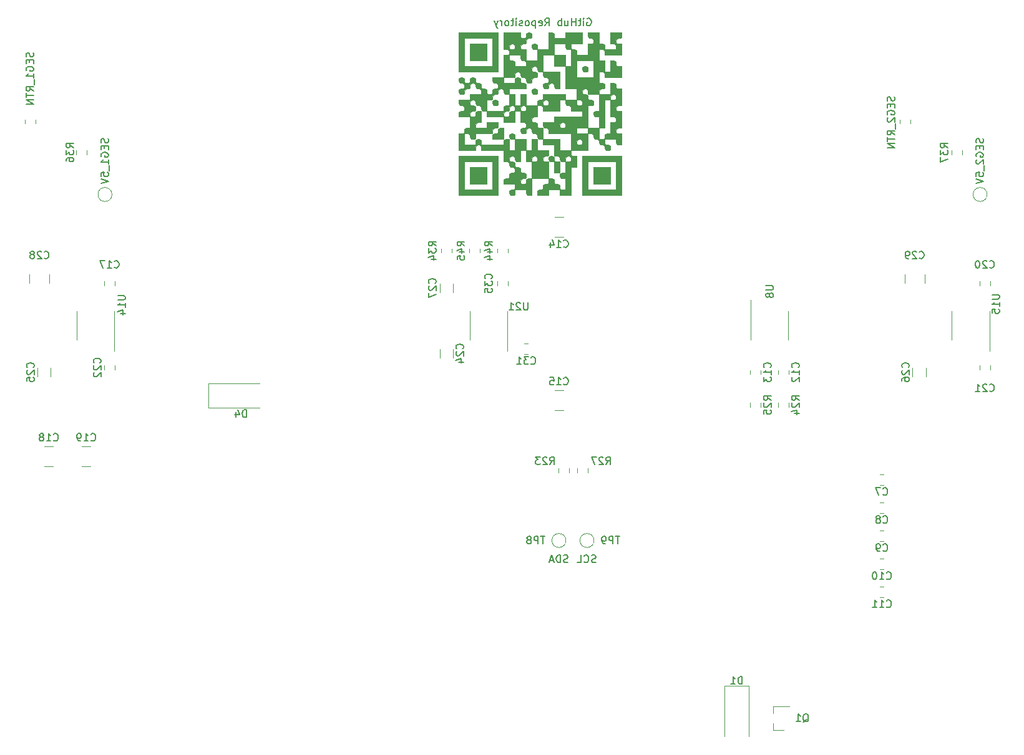
<source format=gbr>
G04 #@! TF.GenerationSoftware,KiCad,Pcbnew,(5.1.5)-3*
G04 #@! TF.CreationDate,2020-01-22T12:55:52-05:00*
G04 #@! TF.ProjectId,PacMan,5061634d-616e-42e6-9b69-6361645f7063,1.2*
G04 #@! TF.SameCoordinates,Original*
G04 #@! TF.FileFunction,Legend,Bot*
G04 #@! TF.FilePolarity,Positive*
%FSLAX46Y46*%
G04 Gerber Fmt 4.6, Leading zero omitted, Abs format (unit mm)*
G04 Created by KiCad (PCBNEW (5.1.5)-3) date 2020-01-22 12:55:52*
%MOMM*%
%LPD*%
G04 APERTURE LIST*
%ADD10C,0.150000*%
%ADD11C,0.010000*%
%ADD12C,0.120000*%
G04 APERTURE END LIST*
D10*
X154312190Y-50427000D02*
X154407428Y-50379380D01*
X154550285Y-50379380D01*
X154693142Y-50427000D01*
X154788380Y-50522238D01*
X154836000Y-50617476D01*
X154883619Y-50807952D01*
X154883619Y-50950809D01*
X154836000Y-51141285D01*
X154788380Y-51236523D01*
X154693142Y-51331761D01*
X154550285Y-51379380D01*
X154455047Y-51379380D01*
X154312190Y-51331761D01*
X154264571Y-51284142D01*
X154264571Y-50950809D01*
X154455047Y-50950809D01*
X153836000Y-51379380D02*
X153836000Y-50712714D01*
X153836000Y-50379380D02*
X153883619Y-50427000D01*
X153836000Y-50474619D01*
X153788380Y-50427000D01*
X153836000Y-50379380D01*
X153836000Y-50474619D01*
X153502666Y-50712714D02*
X153121714Y-50712714D01*
X153359809Y-50379380D02*
X153359809Y-51236523D01*
X153312190Y-51331761D01*
X153216952Y-51379380D01*
X153121714Y-51379380D01*
X152788380Y-51379380D02*
X152788380Y-50379380D01*
X152788380Y-50855571D02*
X152216952Y-50855571D01*
X152216952Y-51379380D02*
X152216952Y-50379380D01*
X151312190Y-50712714D02*
X151312190Y-51379380D01*
X151740761Y-50712714D02*
X151740761Y-51236523D01*
X151693142Y-51331761D01*
X151597904Y-51379380D01*
X151455047Y-51379380D01*
X151359809Y-51331761D01*
X151312190Y-51284142D01*
X150836000Y-51379380D02*
X150836000Y-50379380D01*
X150836000Y-50760333D02*
X150740761Y-50712714D01*
X150550285Y-50712714D01*
X150455047Y-50760333D01*
X150407428Y-50807952D01*
X150359809Y-50903190D01*
X150359809Y-51188904D01*
X150407428Y-51284142D01*
X150455047Y-51331761D01*
X150550285Y-51379380D01*
X150740761Y-51379380D01*
X150836000Y-51331761D01*
X148597904Y-51379380D02*
X148931238Y-50903190D01*
X149169333Y-51379380D02*
X149169333Y-50379380D01*
X148788380Y-50379380D01*
X148693142Y-50427000D01*
X148645523Y-50474619D01*
X148597904Y-50569857D01*
X148597904Y-50712714D01*
X148645523Y-50807952D01*
X148693142Y-50855571D01*
X148788380Y-50903190D01*
X149169333Y-50903190D01*
X147788380Y-51331761D02*
X147883619Y-51379380D01*
X148074095Y-51379380D01*
X148169333Y-51331761D01*
X148216952Y-51236523D01*
X148216952Y-50855571D01*
X148169333Y-50760333D01*
X148074095Y-50712714D01*
X147883619Y-50712714D01*
X147788380Y-50760333D01*
X147740761Y-50855571D01*
X147740761Y-50950809D01*
X148216952Y-51046047D01*
X147312190Y-50712714D02*
X147312190Y-51712714D01*
X147312190Y-50760333D02*
X147216952Y-50712714D01*
X147026476Y-50712714D01*
X146931238Y-50760333D01*
X146883619Y-50807952D01*
X146836000Y-50903190D01*
X146836000Y-51188904D01*
X146883619Y-51284142D01*
X146931238Y-51331761D01*
X147026476Y-51379380D01*
X147216952Y-51379380D01*
X147312190Y-51331761D01*
X146264571Y-51379380D02*
X146359809Y-51331761D01*
X146407428Y-51284142D01*
X146455047Y-51188904D01*
X146455047Y-50903190D01*
X146407428Y-50807952D01*
X146359809Y-50760333D01*
X146264571Y-50712714D01*
X146121714Y-50712714D01*
X146026476Y-50760333D01*
X145978857Y-50807952D01*
X145931238Y-50903190D01*
X145931238Y-51188904D01*
X145978857Y-51284142D01*
X146026476Y-51331761D01*
X146121714Y-51379380D01*
X146264571Y-51379380D01*
X145550285Y-51331761D02*
X145455047Y-51379380D01*
X145264571Y-51379380D01*
X145169333Y-51331761D01*
X145121714Y-51236523D01*
X145121714Y-51188904D01*
X145169333Y-51093666D01*
X145264571Y-51046047D01*
X145407428Y-51046047D01*
X145502666Y-50998428D01*
X145550285Y-50903190D01*
X145550285Y-50855571D01*
X145502666Y-50760333D01*
X145407428Y-50712714D01*
X145264571Y-50712714D01*
X145169333Y-50760333D01*
X144693142Y-51379380D02*
X144693142Y-50712714D01*
X144693142Y-50379380D02*
X144740761Y-50427000D01*
X144693142Y-50474619D01*
X144645523Y-50427000D01*
X144693142Y-50379380D01*
X144693142Y-50474619D01*
X144359809Y-50712714D02*
X143978857Y-50712714D01*
X144216952Y-50379380D02*
X144216952Y-51236523D01*
X144169333Y-51331761D01*
X144074095Y-51379380D01*
X143978857Y-51379380D01*
X143502666Y-51379380D02*
X143597904Y-51331761D01*
X143645523Y-51284142D01*
X143693142Y-51188904D01*
X143693142Y-50903190D01*
X143645523Y-50807952D01*
X143597904Y-50760333D01*
X143502666Y-50712714D01*
X143359809Y-50712714D01*
X143264571Y-50760333D01*
X143216952Y-50807952D01*
X143169333Y-50903190D01*
X143169333Y-51188904D01*
X143216952Y-51284142D01*
X143264571Y-51331761D01*
X143359809Y-51379380D01*
X143502666Y-51379380D01*
X142740761Y-51379380D02*
X142740761Y-50712714D01*
X142740761Y-50903190D02*
X142693142Y-50807952D01*
X142645523Y-50760333D01*
X142550285Y-50712714D01*
X142455047Y-50712714D01*
X142216952Y-50712714D02*
X141978857Y-51379380D01*
X141740761Y-50712714D02*
X141978857Y-51379380D01*
X142074095Y-51617476D01*
X142121714Y-51665095D01*
X142216952Y-51712714D01*
D11*
G36*
X157480000Y-70612000D02*
G01*
X155194000Y-70612000D01*
X155194000Y-72898000D01*
X157480000Y-72898000D01*
X157480000Y-70612000D01*
G37*
X157480000Y-70612000D02*
X155194000Y-70612000D01*
X155194000Y-72898000D01*
X157480000Y-72898000D01*
X157480000Y-70612000D01*
G36*
X140716000Y-70612000D02*
G01*
X138430000Y-70612000D01*
X138430000Y-72898000D01*
X140716000Y-72898000D01*
X140716000Y-70612000D01*
G37*
X140716000Y-70612000D02*
X138430000Y-70612000D01*
X138430000Y-72898000D01*
X140716000Y-72898000D01*
X140716000Y-70612000D01*
G36*
X154320862Y-57626532D02*
G01*
X154420327Y-57478091D01*
X154432000Y-57277000D01*
X154400531Y-57007138D01*
X154252090Y-56907673D01*
X154051000Y-56896000D01*
X153781137Y-56927469D01*
X153681672Y-57075910D01*
X153670000Y-57277000D01*
X153701468Y-57546863D01*
X153849909Y-57646328D01*
X154051000Y-57658000D01*
X154320862Y-57626532D01*
G37*
X154320862Y-57626532D02*
X154420327Y-57478091D01*
X154432000Y-57277000D01*
X154400531Y-57007138D01*
X154252090Y-56907673D01*
X154051000Y-56896000D01*
X153781137Y-56927469D01*
X153681672Y-57075910D01*
X153670000Y-57277000D01*
X153701468Y-57546863D01*
X153849909Y-57646328D01*
X154051000Y-57658000D01*
X154320862Y-57626532D01*
G36*
X150622000Y-69850000D02*
G01*
X150241000Y-69850000D01*
X149971137Y-69818532D01*
X149871672Y-69670091D01*
X149860000Y-69469000D01*
X149828531Y-69199138D01*
X149680090Y-69099673D01*
X149479000Y-69088000D01*
X149209137Y-69119469D01*
X149109672Y-69267910D01*
X149098000Y-69469000D01*
X149129468Y-69738863D01*
X149277909Y-69838328D01*
X149479000Y-69850000D01*
X149860000Y-69850000D01*
X149860000Y-71374000D01*
X150622000Y-71374000D01*
X150622000Y-69850000D01*
G37*
X150622000Y-69850000D02*
X150241000Y-69850000D01*
X149971137Y-69818532D01*
X149871672Y-69670091D01*
X149860000Y-69469000D01*
X149828531Y-69199138D01*
X149680090Y-69099673D01*
X149479000Y-69088000D01*
X149209137Y-69119469D01*
X149109672Y-69267910D01*
X149098000Y-69469000D01*
X149129468Y-69738863D01*
X149277909Y-69838328D01*
X149479000Y-69850000D01*
X149860000Y-69850000D01*
X149860000Y-71374000D01*
X150622000Y-71374000D01*
X150622000Y-69850000D01*
G36*
X144414862Y-66770532D02*
G01*
X144514327Y-66622091D01*
X144526000Y-66421000D01*
X144494531Y-66151138D01*
X144346090Y-66051673D01*
X144145000Y-66040000D01*
X143875137Y-66071469D01*
X143775672Y-66219910D01*
X143764000Y-66421000D01*
X143795468Y-66690863D01*
X143943909Y-66790328D01*
X144145000Y-66802000D01*
X144414862Y-66770532D01*
G37*
X144414862Y-66770532D02*
X144514327Y-66622091D01*
X144526000Y-66421000D01*
X144494531Y-66151138D01*
X144346090Y-66051673D01*
X144145000Y-66040000D01*
X143875137Y-66071469D01*
X143775672Y-66219910D01*
X143764000Y-66421000D01*
X143795468Y-66690863D01*
X143943909Y-66790328D01*
X144145000Y-66802000D01*
X144414862Y-66770532D01*
G36*
X143002000Y-65278000D02*
G01*
X142621000Y-65278000D01*
X142351137Y-65309469D01*
X142251672Y-65457910D01*
X142240000Y-65659000D01*
X142208531Y-65928863D01*
X142060090Y-66028328D01*
X141859000Y-66040000D01*
X141589137Y-66071469D01*
X141489672Y-66219910D01*
X141478000Y-66421000D01*
X141478000Y-66802000D01*
X143002000Y-66802000D01*
X143002000Y-65278000D01*
G37*
X143002000Y-65278000D02*
X142621000Y-65278000D01*
X142351137Y-65309469D01*
X142251672Y-65457910D01*
X142240000Y-65659000D01*
X142208531Y-65928863D01*
X142060090Y-66028328D01*
X141859000Y-66040000D01*
X141589137Y-66071469D01*
X141489672Y-66219910D01*
X141478000Y-66421000D01*
X141478000Y-66802000D01*
X143002000Y-66802000D01*
X143002000Y-65278000D01*
G36*
X142128862Y-62198532D02*
G01*
X142228327Y-62050091D01*
X142240000Y-61849000D01*
X142208531Y-61579138D01*
X142060090Y-61479673D01*
X141859000Y-61468000D01*
X141589137Y-61499469D01*
X141489672Y-61647910D01*
X141478000Y-61849000D01*
X141509468Y-62118863D01*
X141657909Y-62218328D01*
X141859000Y-62230000D01*
X142128862Y-62198532D01*
G37*
X142128862Y-62198532D02*
X142228327Y-62050091D01*
X142240000Y-61849000D01*
X142208531Y-61579138D01*
X142060090Y-61479673D01*
X141859000Y-61468000D01*
X141589137Y-61499469D01*
X141489672Y-61647910D01*
X141478000Y-61849000D01*
X141509468Y-62118863D01*
X141657909Y-62218328D01*
X141859000Y-62230000D01*
X142128862Y-62198532D01*
G36*
X146050000Y-62230000D02*
G01*
X146050000Y-60706000D01*
X145288000Y-60706000D01*
X145288000Y-62230000D01*
X144526000Y-62230000D01*
X144526000Y-60706000D01*
X143764000Y-60706000D01*
X143764000Y-62230000D01*
X143383000Y-62230000D01*
X143113137Y-62261469D01*
X143013672Y-62409910D01*
X143002000Y-62611000D01*
X143002000Y-62992000D01*
X140716000Y-62992000D01*
X140716000Y-63373000D01*
X143002000Y-63373000D01*
X143033468Y-63103138D01*
X143181909Y-63003673D01*
X143383000Y-62992000D01*
X143652862Y-62960532D01*
X143752327Y-62812091D01*
X143764000Y-62611000D01*
X143795468Y-62341138D01*
X143943909Y-62241673D01*
X144145000Y-62230000D01*
X144414862Y-62261469D01*
X144514327Y-62409910D01*
X144526000Y-62611000D01*
X145288000Y-62611000D01*
X145319468Y-62341138D01*
X145467909Y-62241673D01*
X145669000Y-62230000D01*
X145938862Y-62261469D01*
X146038327Y-62409910D01*
X146050000Y-62611000D01*
X146018531Y-62880863D01*
X145870090Y-62980328D01*
X145669000Y-62992000D01*
X145399137Y-62960532D01*
X145299672Y-62812091D01*
X145288000Y-62611000D01*
X144526000Y-62611000D01*
X144494531Y-62880863D01*
X144346090Y-62980328D01*
X144145000Y-62992000D01*
X143875137Y-63023469D01*
X143775672Y-63171910D01*
X143764000Y-63373000D01*
X143732531Y-63642863D01*
X143584090Y-63742328D01*
X143383000Y-63754000D01*
X143113137Y-63722532D01*
X143013672Y-63574091D01*
X143002000Y-63373000D01*
X140716000Y-63373000D01*
X140716000Y-63754000D01*
X143002000Y-63754000D01*
X143002000Y-64516000D01*
X144526000Y-64516000D01*
X144526000Y-62992000D01*
X145288000Y-62992000D01*
X145288000Y-64516000D01*
X145669000Y-64516000D01*
X145938862Y-64547469D01*
X146038327Y-64695910D01*
X146050000Y-64897000D01*
X146018531Y-65166863D01*
X145870090Y-65266328D01*
X145669000Y-65278000D01*
X145399137Y-65309469D01*
X145299672Y-65457910D01*
X145288000Y-65659000D01*
X145319468Y-65928863D01*
X145467909Y-66028328D01*
X145669000Y-66040000D01*
X145938862Y-66008532D01*
X146038327Y-65860091D01*
X146050000Y-65659000D01*
X146081468Y-65389138D01*
X146229909Y-65289673D01*
X146431000Y-65278000D01*
X146700862Y-65309469D01*
X146800327Y-65457910D01*
X146812000Y-65659000D01*
X146843468Y-65928863D01*
X146991909Y-66028328D01*
X147193000Y-66040000D01*
X147462862Y-66071469D01*
X147562327Y-66219910D01*
X147574000Y-66421000D01*
X147605468Y-66690863D01*
X147753909Y-66790328D01*
X147955000Y-66802000D01*
X148336000Y-66802000D01*
X148336000Y-65278000D01*
X147955000Y-65278000D01*
X147685137Y-65246532D01*
X147585672Y-65098091D01*
X147574000Y-64897000D01*
X147542531Y-64627138D01*
X147394090Y-64527673D01*
X147193000Y-64516000D01*
X146923137Y-64484532D01*
X146823672Y-64336091D01*
X146812000Y-64135000D01*
X146843468Y-63865138D01*
X146991909Y-63765673D01*
X147193000Y-63754000D01*
X147574000Y-63754000D01*
X147574000Y-62230000D01*
X146050000Y-62230000D01*
G37*
X146050000Y-62230000D02*
X146050000Y-60706000D01*
X145288000Y-60706000D01*
X145288000Y-62230000D01*
X144526000Y-62230000D01*
X144526000Y-60706000D01*
X143764000Y-60706000D01*
X143764000Y-62230000D01*
X143383000Y-62230000D01*
X143113137Y-62261469D01*
X143013672Y-62409910D01*
X143002000Y-62611000D01*
X143002000Y-62992000D01*
X140716000Y-62992000D01*
X140716000Y-63373000D01*
X143002000Y-63373000D01*
X143033468Y-63103138D01*
X143181909Y-63003673D01*
X143383000Y-62992000D01*
X143652862Y-62960532D01*
X143752327Y-62812091D01*
X143764000Y-62611000D01*
X143795468Y-62341138D01*
X143943909Y-62241673D01*
X144145000Y-62230000D01*
X144414862Y-62261469D01*
X144514327Y-62409910D01*
X144526000Y-62611000D01*
X145288000Y-62611000D01*
X145319468Y-62341138D01*
X145467909Y-62241673D01*
X145669000Y-62230000D01*
X145938862Y-62261469D01*
X146038327Y-62409910D01*
X146050000Y-62611000D01*
X146018531Y-62880863D01*
X145870090Y-62980328D01*
X145669000Y-62992000D01*
X145399137Y-62960532D01*
X145299672Y-62812091D01*
X145288000Y-62611000D01*
X144526000Y-62611000D01*
X144494531Y-62880863D01*
X144346090Y-62980328D01*
X144145000Y-62992000D01*
X143875137Y-63023469D01*
X143775672Y-63171910D01*
X143764000Y-63373000D01*
X143732531Y-63642863D01*
X143584090Y-63742328D01*
X143383000Y-63754000D01*
X143113137Y-63722532D01*
X143013672Y-63574091D01*
X143002000Y-63373000D01*
X140716000Y-63373000D01*
X140716000Y-63754000D01*
X143002000Y-63754000D01*
X143002000Y-64516000D01*
X144526000Y-64516000D01*
X144526000Y-62992000D01*
X145288000Y-62992000D01*
X145288000Y-64516000D01*
X145669000Y-64516000D01*
X145938862Y-64547469D01*
X146038327Y-64695910D01*
X146050000Y-64897000D01*
X146018531Y-65166863D01*
X145870090Y-65266328D01*
X145669000Y-65278000D01*
X145399137Y-65309469D01*
X145299672Y-65457910D01*
X145288000Y-65659000D01*
X145319468Y-65928863D01*
X145467909Y-66028328D01*
X145669000Y-66040000D01*
X145938862Y-66008532D01*
X146038327Y-65860091D01*
X146050000Y-65659000D01*
X146081468Y-65389138D01*
X146229909Y-65289673D01*
X146431000Y-65278000D01*
X146700862Y-65309469D01*
X146800327Y-65457910D01*
X146812000Y-65659000D01*
X146843468Y-65928863D01*
X146991909Y-66028328D01*
X147193000Y-66040000D01*
X147462862Y-66071469D01*
X147562327Y-66219910D01*
X147574000Y-66421000D01*
X147605468Y-66690863D01*
X147753909Y-66790328D01*
X147955000Y-66802000D01*
X148336000Y-66802000D01*
X148336000Y-65278000D01*
X147955000Y-65278000D01*
X147685137Y-65246532D01*
X147585672Y-65098091D01*
X147574000Y-64897000D01*
X147542531Y-64627138D01*
X147394090Y-64527673D01*
X147193000Y-64516000D01*
X146923137Y-64484532D01*
X146823672Y-64336091D01*
X146812000Y-64135000D01*
X146843468Y-63865138D01*
X146991909Y-63765673D01*
X147193000Y-63754000D01*
X147574000Y-63754000D01*
X147574000Y-62230000D01*
X146050000Y-62230000D01*
G36*
X147955000Y-62230000D02*
G01*
X148224862Y-62261469D01*
X148324327Y-62409910D01*
X148336000Y-62611000D01*
X148336000Y-62992000D01*
X150622000Y-62992000D01*
X150622000Y-61468000D01*
X151003000Y-61468000D01*
X151272862Y-61436532D01*
X151372327Y-61288091D01*
X151384000Y-61087000D01*
X151384000Y-60706000D01*
X148336000Y-60706000D01*
X148336000Y-61087000D01*
X148304531Y-61356863D01*
X148156090Y-61456328D01*
X147955000Y-61468000D01*
X147685137Y-61499469D01*
X147585672Y-61647910D01*
X147574000Y-61849000D01*
X148336000Y-61849000D01*
X148367468Y-61579138D01*
X148515909Y-61479673D01*
X148717000Y-61468000D01*
X148986862Y-61499469D01*
X149086327Y-61647910D01*
X149098000Y-61849000D01*
X149066531Y-62118863D01*
X148918090Y-62218328D01*
X148717000Y-62230000D01*
X148447137Y-62198532D01*
X148347672Y-62050091D01*
X148336000Y-61849000D01*
X147574000Y-61849000D01*
X147574000Y-62230000D01*
X147955000Y-62230000D01*
G37*
X147955000Y-62230000D02*
X148224862Y-62261469D01*
X148324327Y-62409910D01*
X148336000Y-62611000D01*
X148336000Y-62992000D01*
X150622000Y-62992000D01*
X150622000Y-61468000D01*
X151003000Y-61468000D01*
X151272862Y-61436532D01*
X151372327Y-61288091D01*
X151384000Y-61087000D01*
X151384000Y-60706000D01*
X148336000Y-60706000D01*
X148336000Y-61087000D01*
X148304531Y-61356863D01*
X148156090Y-61456328D01*
X147955000Y-61468000D01*
X147685137Y-61499469D01*
X147585672Y-61647910D01*
X147574000Y-61849000D01*
X148336000Y-61849000D01*
X148367468Y-61579138D01*
X148515909Y-61479673D01*
X148717000Y-61468000D01*
X148986862Y-61499469D01*
X149086327Y-61647910D01*
X149098000Y-61849000D01*
X149066531Y-62118863D01*
X148918090Y-62218328D01*
X148717000Y-62230000D01*
X148447137Y-62198532D01*
X148347672Y-62050091D01*
X148336000Y-61849000D01*
X147574000Y-61849000D01*
X147574000Y-62230000D01*
X147955000Y-62230000D01*
G36*
X147462862Y-60674532D02*
G01*
X147562327Y-60526091D01*
X147574000Y-60325000D01*
X147542531Y-60055138D01*
X147394090Y-59955673D01*
X147193000Y-59944000D01*
X146923137Y-59975469D01*
X146823672Y-60123910D01*
X146812000Y-60325000D01*
X146843468Y-60594863D01*
X146991909Y-60694328D01*
X147193000Y-60706000D01*
X147462862Y-60674532D01*
G37*
X147462862Y-60674532D02*
X147562327Y-60526091D01*
X147574000Y-60325000D01*
X147542531Y-60055138D01*
X147394090Y-59955673D01*
X147193000Y-59944000D01*
X146923137Y-59975469D01*
X146823672Y-60123910D01*
X146812000Y-60325000D01*
X146843468Y-60594863D01*
X146991909Y-60694328D01*
X147193000Y-60706000D01*
X147462862Y-60674532D01*
G36*
X150622000Y-57658000D02*
G01*
X148336000Y-57658000D01*
X148336000Y-58039000D01*
X148367468Y-58308863D01*
X148515909Y-58408328D01*
X148717000Y-58420000D01*
X148986862Y-58451469D01*
X149086327Y-58599910D01*
X149098000Y-58801000D01*
X149066531Y-59070863D01*
X148918090Y-59170328D01*
X148717000Y-59182000D01*
X148447137Y-59213469D01*
X148347672Y-59361910D01*
X148336000Y-59563000D01*
X148367468Y-59832863D01*
X148515909Y-59932328D01*
X148717000Y-59944000D01*
X148986862Y-59912532D01*
X149086327Y-59764091D01*
X149098000Y-59563000D01*
X149129468Y-59293138D01*
X149277909Y-59193673D01*
X149479000Y-59182000D01*
X149748862Y-59213469D01*
X149848327Y-59361910D01*
X149860000Y-59563000D01*
X149891468Y-59832863D01*
X150039909Y-59932328D01*
X150241000Y-59944000D01*
X150622000Y-59944000D01*
X150622000Y-57658000D01*
G37*
X150622000Y-57658000D02*
X148336000Y-57658000D01*
X148336000Y-58039000D01*
X148367468Y-58308863D01*
X148515909Y-58408328D01*
X148717000Y-58420000D01*
X148986862Y-58451469D01*
X149086327Y-58599910D01*
X149098000Y-58801000D01*
X149066531Y-59070863D01*
X148918090Y-59170328D01*
X148717000Y-59182000D01*
X148447137Y-59213469D01*
X148347672Y-59361910D01*
X148336000Y-59563000D01*
X148367468Y-59832863D01*
X148515909Y-59932328D01*
X148717000Y-59944000D01*
X148986862Y-59912532D01*
X149086327Y-59764091D01*
X149098000Y-59563000D01*
X149129468Y-59293138D01*
X149277909Y-59193673D01*
X149479000Y-59182000D01*
X149748862Y-59213469D01*
X149848327Y-59361910D01*
X149860000Y-59563000D01*
X149891468Y-59832863D01*
X150039909Y-59932328D01*
X150241000Y-59944000D01*
X150622000Y-59944000D01*
X150622000Y-57658000D01*
G36*
X151384000Y-55372000D02*
G01*
X149860000Y-55372000D01*
X149860000Y-56896000D01*
X151384000Y-56896000D01*
X151384000Y-55372000D01*
G37*
X151384000Y-55372000D02*
X149860000Y-55372000D01*
X149860000Y-56896000D01*
X151384000Y-56896000D01*
X151384000Y-55372000D01*
G36*
X140716000Y-53848000D02*
G01*
X138430000Y-53848000D01*
X138430000Y-56134000D01*
X140716000Y-56134000D01*
X140716000Y-53848000D01*
G37*
X140716000Y-53848000D02*
X138430000Y-53848000D01*
X138430000Y-56134000D01*
X140716000Y-56134000D01*
X140716000Y-53848000D01*
G36*
X159004000Y-69088000D02*
G01*
X153670000Y-69088000D01*
X153670000Y-73660000D01*
X154432000Y-73660000D01*
X154432000Y-69850000D01*
X158242000Y-69850000D01*
X158242000Y-73660000D01*
X154432000Y-73660000D01*
X153670000Y-73660000D01*
X153670000Y-74422000D01*
X159004000Y-74422000D01*
X159004000Y-69088000D01*
G37*
X159004000Y-69088000D02*
X153670000Y-69088000D01*
X153670000Y-73660000D01*
X154432000Y-73660000D01*
X154432000Y-69850000D01*
X158242000Y-69850000D01*
X158242000Y-73660000D01*
X154432000Y-73660000D01*
X153670000Y-73660000D01*
X153670000Y-74422000D01*
X159004000Y-74422000D01*
X159004000Y-69088000D01*
G36*
X142240000Y-69088000D02*
G01*
X136906000Y-69088000D01*
X136906000Y-73660000D01*
X137668000Y-73660000D01*
X137668000Y-69850000D01*
X141478000Y-69850000D01*
X141478000Y-73660000D01*
X137668000Y-73660000D01*
X136906000Y-73660000D01*
X136906000Y-74422000D01*
X142240000Y-74422000D01*
X142240000Y-69088000D01*
G37*
X142240000Y-69088000D02*
X136906000Y-69088000D01*
X136906000Y-73660000D01*
X137668000Y-73660000D01*
X137668000Y-69850000D01*
X141478000Y-69850000D01*
X141478000Y-73660000D01*
X137668000Y-73660000D01*
X136906000Y-73660000D01*
X136906000Y-74422000D01*
X142240000Y-74422000D01*
X142240000Y-69088000D01*
G36*
X149098000Y-69850000D02*
G01*
X148717000Y-69850000D01*
X148447137Y-69818532D01*
X148347672Y-69670091D01*
X148336000Y-69469000D01*
X148367468Y-69199138D01*
X148515909Y-69099673D01*
X148717000Y-69088000D01*
X148986862Y-69056532D01*
X149086327Y-68908091D01*
X149098000Y-68707000D01*
X149098000Y-68326000D01*
X147574000Y-68326000D01*
X147574000Y-66802000D01*
X146812000Y-66802000D01*
X146812000Y-68326000D01*
X146050000Y-68326000D01*
X146050000Y-66802000D01*
X144526000Y-66802000D01*
X144526000Y-68326000D01*
X143764000Y-68326000D01*
X143764000Y-66802000D01*
X143383000Y-66802000D01*
X143113137Y-66833469D01*
X143013672Y-66981910D01*
X143002000Y-67183000D01*
X143002000Y-67564000D01*
X139954000Y-67564000D01*
X139954000Y-67183000D01*
X139922531Y-66913138D01*
X139774090Y-66813673D01*
X139573000Y-66802000D01*
X139303137Y-66833469D01*
X139203672Y-66981910D01*
X139192000Y-67183000D01*
X139192000Y-67564000D01*
X137668000Y-67564000D01*
X137668000Y-66040000D01*
X138049000Y-66040000D01*
X138318862Y-66071469D01*
X138418327Y-66219910D01*
X138430000Y-66421000D01*
X138461468Y-66690863D01*
X138609909Y-66790328D01*
X138811000Y-66802000D01*
X139080862Y-66770532D01*
X139180327Y-66622091D01*
X139192000Y-66421000D01*
X139192000Y-66040000D01*
X141478000Y-66040000D01*
X141478000Y-65659000D01*
X141509468Y-65389138D01*
X141657909Y-65289673D01*
X141859000Y-65278000D01*
X142128862Y-65246532D01*
X142228327Y-65098091D01*
X142240000Y-64897000D01*
X142240000Y-64516000D01*
X140716000Y-64516000D01*
X140716000Y-65278000D01*
X139192000Y-65278000D01*
X139192000Y-64897000D01*
X139223468Y-64627138D01*
X139371909Y-64527673D01*
X139573000Y-64516000D01*
X139954000Y-64516000D01*
X139954000Y-62992000D01*
X139573000Y-62992000D01*
X139303137Y-63023469D01*
X139203672Y-63171910D01*
X139192000Y-63373000D01*
X139160531Y-63642863D01*
X139012090Y-63742328D01*
X138811000Y-63754000D01*
X138541137Y-63722532D01*
X138441672Y-63574091D01*
X138430000Y-63373000D01*
X138461468Y-63103138D01*
X138609909Y-63003673D01*
X138811000Y-62992000D01*
X139080862Y-62960532D01*
X139180327Y-62812091D01*
X139192000Y-62611000D01*
X139160531Y-62341138D01*
X139012090Y-62241673D01*
X138811000Y-62230000D01*
X138541137Y-62198532D01*
X138441672Y-62050091D01*
X138430000Y-61849000D01*
X138461468Y-61579138D01*
X138609909Y-61479673D01*
X138811000Y-61468000D01*
X139080862Y-61499469D01*
X139180327Y-61647910D01*
X139192000Y-61849000D01*
X139223468Y-62118863D01*
X139371909Y-62218328D01*
X139573000Y-62230000D01*
X139842862Y-62261469D01*
X139942327Y-62409910D01*
X139954000Y-62611000D01*
X139985468Y-62880863D01*
X140133909Y-62980328D01*
X140335000Y-62992000D01*
X140716000Y-62992000D01*
X140716000Y-61468000D01*
X141097000Y-61468000D01*
X141366862Y-61436532D01*
X141466327Y-61288091D01*
X141478000Y-61087000D01*
X141509468Y-60817138D01*
X141657909Y-60717673D01*
X141859000Y-60706000D01*
X142128862Y-60674532D01*
X142228327Y-60526091D01*
X142240000Y-60325000D01*
X142271468Y-60055138D01*
X142419909Y-59955673D01*
X142621000Y-59944000D01*
X142890862Y-59975469D01*
X142990327Y-60123910D01*
X143002000Y-60325000D01*
X143033468Y-60594863D01*
X143181909Y-60694328D01*
X143383000Y-60706000D01*
X143652862Y-60674532D01*
X143752327Y-60526091D01*
X143764000Y-60325000D01*
X143764000Y-59944000D01*
X146050000Y-59944000D01*
X146050000Y-59563000D01*
X146018531Y-59293138D01*
X145870090Y-59193673D01*
X145669000Y-59182000D01*
X145399137Y-59150532D01*
X145299672Y-59002091D01*
X145288000Y-58801000D01*
X145256531Y-58531138D01*
X145108090Y-58431673D01*
X144907000Y-58420000D01*
X144637137Y-58451469D01*
X144537672Y-58599910D01*
X144526000Y-58801000D01*
X144526000Y-59182000D01*
X143002000Y-59182000D01*
X143002000Y-58420000D01*
X141478000Y-58420000D01*
X141478000Y-58801000D01*
X141509468Y-59070863D01*
X141657909Y-59170328D01*
X141859000Y-59182000D01*
X142128862Y-59213469D01*
X142228327Y-59361910D01*
X142240000Y-59563000D01*
X142208531Y-59832863D01*
X142060090Y-59932328D01*
X141859000Y-59944000D01*
X141589137Y-59975469D01*
X141489672Y-60123910D01*
X141478000Y-60325000D01*
X141446531Y-60594863D01*
X141298090Y-60694328D01*
X141097000Y-60706000D01*
X140827137Y-60674532D01*
X140727672Y-60526091D01*
X140716000Y-60325000D01*
X140684531Y-60055138D01*
X140536090Y-59955673D01*
X140335000Y-59944000D01*
X140065137Y-59912532D01*
X139965672Y-59764091D01*
X139954000Y-59563000D01*
X139922531Y-59293138D01*
X139774090Y-59193673D01*
X139573000Y-59182000D01*
X139303137Y-59150532D01*
X139203672Y-59002091D01*
X139192000Y-58801000D01*
X139160531Y-58531138D01*
X139012090Y-58431673D01*
X138811000Y-58420000D01*
X138541137Y-58451469D01*
X138441672Y-58599910D01*
X138430000Y-58801000D01*
X138398531Y-59070863D01*
X138250090Y-59170328D01*
X138049000Y-59182000D01*
X137779137Y-59150532D01*
X137679672Y-59002091D01*
X137668000Y-58801000D01*
X137636531Y-58531138D01*
X137488090Y-58431673D01*
X137287000Y-58420000D01*
X137017137Y-58451469D01*
X136917672Y-58599910D01*
X136906000Y-58801000D01*
X136937468Y-59070863D01*
X137085909Y-59170328D01*
X137287000Y-59182000D01*
X137556862Y-59213469D01*
X137656327Y-59361910D01*
X137668000Y-59563000D01*
X137636531Y-59832863D01*
X137488090Y-59932328D01*
X137287000Y-59944000D01*
X137017137Y-59975469D01*
X136917672Y-60123910D01*
X136906000Y-60325000D01*
X136937468Y-60594863D01*
X137085909Y-60694328D01*
X137287000Y-60706000D01*
X137556862Y-60674532D01*
X137656327Y-60526091D01*
X137668000Y-60325000D01*
X137699468Y-60055138D01*
X137847909Y-59955673D01*
X138049000Y-59944000D01*
X138318862Y-59912532D01*
X138418327Y-59764091D01*
X138430000Y-59563000D01*
X138461468Y-59293138D01*
X138609909Y-59193673D01*
X138811000Y-59182000D01*
X139080862Y-59213469D01*
X139180327Y-59361910D01*
X139192000Y-59563000D01*
X139223468Y-59832863D01*
X139371909Y-59932328D01*
X139573000Y-59944000D01*
X139842862Y-59975469D01*
X139942327Y-60123910D01*
X139954000Y-60325000D01*
X139954000Y-60706000D01*
X138430000Y-60706000D01*
X138430000Y-61468000D01*
X136906000Y-61468000D01*
X136906000Y-61849000D01*
X136937468Y-62118863D01*
X137085909Y-62218328D01*
X137287000Y-62230000D01*
X137556862Y-62261469D01*
X137656327Y-62409910D01*
X137668000Y-62611000D01*
X137636531Y-62880863D01*
X137488090Y-62980328D01*
X137287000Y-62992000D01*
X137017137Y-63023469D01*
X136917672Y-63171910D01*
X136906000Y-63373000D01*
X136906000Y-63754000D01*
X138430000Y-63754000D01*
X138430000Y-65278000D01*
X138049000Y-65278000D01*
X137779137Y-65309469D01*
X137679672Y-65457910D01*
X137668000Y-65659000D01*
X137636531Y-65928863D01*
X137488090Y-66028328D01*
X137287000Y-66040000D01*
X136906000Y-66040000D01*
X136906000Y-68326000D01*
X139192000Y-68326000D01*
X139192000Y-67945000D01*
X139223468Y-67675138D01*
X139371909Y-67575673D01*
X139573000Y-67564000D01*
X139842862Y-67595469D01*
X139942327Y-67743910D01*
X139954000Y-67945000D01*
X139954000Y-68326000D01*
X143002000Y-68326000D01*
X143002000Y-69469000D01*
X143764000Y-69469000D01*
X143795468Y-69199138D01*
X143943909Y-69099673D01*
X144145000Y-69088000D01*
X144414862Y-69119469D01*
X144514327Y-69267910D01*
X144526000Y-69469000D01*
X144557468Y-69738863D01*
X144705909Y-69838328D01*
X144907000Y-69850000D01*
X145288000Y-69850000D01*
X145288000Y-68326000D01*
X146050000Y-68326000D01*
X146050000Y-69850000D01*
X146431000Y-69850000D01*
X146700862Y-69818532D01*
X146800327Y-69670091D01*
X146812000Y-69469000D01*
X146843468Y-69199138D01*
X146991909Y-69099673D01*
X147193000Y-69088000D01*
X147462862Y-69119469D01*
X147562327Y-69267910D01*
X147574000Y-69469000D01*
X147542531Y-69738863D01*
X147394090Y-69838328D01*
X147193000Y-69850000D01*
X146812000Y-69850000D01*
X146812000Y-72136000D01*
X146431000Y-72136000D01*
X146161137Y-72167469D01*
X146061672Y-72315910D01*
X146050000Y-72517000D01*
X146018531Y-72786863D01*
X145870090Y-72886328D01*
X145669000Y-72898000D01*
X145399137Y-72866532D01*
X145299672Y-72718091D01*
X145288000Y-72517000D01*
X145319468Y-72247138D01*
X145467909Y-72147673D01*
X145669000Y-72136000D01*
X145938862Y-72104532D01*
X146038327Y-71956091D01*
X146050000Y-71755000D01*
X146018531Y-71485138D01*
X145870090Y-71385673D01*
X145669000Y-71374000D01*
X145399137Y-71342532D01*
X145299672Y-71194091D01*
X145288000Y-70993000D01*
X145256531Y-70723138D01*
X145108090Y-70623673D01*
X144907000Y-70612000D01*
X144637137Y-70580532D01*
X144537672Y-70432091D01*
X144526000Y-70231000D01*
X144494531Y-69961138D01*
X144346090Y-69861673D01*
X144145000Y-69850000D01*
X143875137Y-69818532D01*
X143775672Y-69670091D01*
X143764000Y-69469000D01*
X143002000Y-69469000D01*
X143002000Y-69850000D01*
X143383000Y-69850000D01*
X143652862Y-69881469D01*
X143752327Y-70029910D01*
X143764000Y-70231000D01*
X143795468Y-70500863D01*
X143943909Y-70600328D01*
X144145000Y-70612000D01*
X144414862Y-70643469D01*
X144514327Y-70791910D01*
X144526000Y-70993000D01*
X144494531Y-71262863D01*
X144346090Y-71362328D01*
X144145000Y-71374000D01*
X143875137Y-71405469D01*
X143775672Y-71553910D01*
X143764000Y-71755000D01*
X143732531Y-72024863D01*
X143584090Y-72124328D01*
X143383000Y-72136000D01*
X143113137Y-72167469D01*
X143013672Y-72315910D01*
X143002000Y-72517000D01*
X143002000Y-72898000D01*
X144526000Y-72898000D01*
X144526000Y-73279000D01*
X144494531Y-73548863D01*
X144346090Y-73648328D01*
X144145000Y-73660000D01*
X143875137Y-73691469D01*
X143775672Y-73839910D01*
X143764000Y-74041000D01*
X143795468Y-74310863D01*
X143943909Y-74410328D01*
X144145000Y-74422000D01*
X144414862Y-74390532D01*
X144514327Y-74242091D01*
X144526000Y-74041000D01*
X144526000Y-73660000D01*
X146050000Y-73660000D01*
X146050000Y-74041000D01*
X146081468Y-74310863D01*
X146229909Y-74410328D01*
X146431000Y-74422000D01*
X146812000Y-74422000D01*
X146812000Y-72136000D01*
X149098000Y-72136000D01*
X149098000Y-69850000D01*
G37*
X149098000Y-69850000D02*
X148717000Y-69850000D01*
X148447137Y-69818532D01*
X148347672Y-69670091D01*
X148336000Y-69469000D01*
X148367468Y-69199138D01*
X148515909Y-69099673D01*
X148717000Y-69088000D01*
X148986862Y-69056532D01*
X149086327Y-68908091D01*
X149098000Y-68707000D01*
X149098000Y-68326000D01*
X147574000Y-68326000D01*
X147574000Y-66802000D01*
X146812000Y-66802000D01*
X146812000Y-68326000D01*
X146050000Y-68326000D01*
X146050000Y-66802000D01*
X144526000Y-66802000D01*
X144526000Y-68326000D01*
X143764000Y-68326000D01*
X143764000Y-66802000D01*
X143383000Y-66802000D01*
X143113137Y-66833469D01*
X143013672Y-66981910D01*
X143002000Y-67183000D01*
X143002000Y-67564000D01*
X139954000Y-67564000D01*
X139954000Y-67183000D01*
X139922531Y-66913138D01*
X139774090Y-66813673D01*
X139573000Y-66802000D01*
X139303137Y-66833469D01*
X139203672Y-66981910D01*
X139192000Y-67183000D01*
X139192000Y-67564000D01*
X137668000Y-67564000D01*
X137668000Y-66040000D01*
X138049000Y-66040000D01*
X138318862Y-66071469D01*
X138418327Y-66219910D01*
X138430000Y-66421000D01*
X138461468Y-66690863D01*
X138609909Y-66790328D01*
X138811000Y-66802000D01*
X139080862Y-66770532D01*
X139180327Y-66622091D01*
X139192000Y-66421000D01*
X139192000Y-66040000D01*
X141478000Y-66040000D01*
X141478000Y-65659000D01*
X141509468Y-65389138D01*
X141657909Y-65289673D01*
X141859000Y-65278000D01*
X142128862Y-65246532D01*
X142228327Y-65098091D01*
X142240000Y-64897000D01*
X142240000Y-64516000D01*
X140716000Y-64516000D01*
X140716000Y-65278000D01*
X139192000Y-65278000D01*
X139192000Y-64897000D01*
X139223468Y-64627138D01*
X139371909Y-64527673D01*
X139573000Y-64516000D01*
X139954000Y-64516000D01*
X139954000Y-62992000D01*
X139573000Y-62992000D01*
X139303137Y-63023469D01*
X139203672Y-63171910D01*
X139192000Y-63373000D01*
X139160531Y-63642863D01*
X139012090Y-63742328D01*
X138811000Y-63754000D01*
X138541137Y-63722532D01*
X138441672Y-63574091D01*
X138430000Y-63373000D01*
X138461468Y-63103138D01*
X138609909Y-63003673D01*
X138811000Y-62992000D01*
X139080862Y-62960532D01*
X139180327Y-62812091D01*
X139192000Y-62611000D01*
X139160531Y-62341138D01*
X139012090Y-62241673D01*
X138811000Y-62230000D01*
X138541137Y-62198532D01*
X138441672Y-62050091D01*
X138430000Y-61849000D01*
X138461468Y-61579138D01*
X138609909Y-61479673D01*
X138811000Y-61468000D01*
X139080862Y-61499469D01*
X139180327Y-61647910D01*
X139192000Y-61849000D01*
X139223468Y-62118863D01*
X139371909Y-62218328D01*
X139573000Y-62230000D01*
X139842862Y-62261469D01*
X139942327Y-62409910D01*
X139954000Y-62611000D01*
X139985468Y-62880863D01*
X140133909Y-62980328D01*
X140335000Y-62992000D01*
X140716000Y-62992000D01*
X140716000Y-61468000D01*
X141097000Y-61468000D01*
X141366862Y-61436532D01*
X141466327Y-61288091D01*
X141478000Y-61087000D01*
X141509468Y-60817138D01*
X141657909Y-60717673D01*
X141859000Y-60706000D01*
X142128862Y-60674532D01*
X142228327Y-60526091D01*
X142240000Y-60325000D01*
X142271468Y-60055138D01*
X142419909Y-59955673D01*
X142621000Y-59944000D01*
X142890862Y-59975469D01*
X142990327Y-60123910D01*
X143002000Y-60325000D01*
X143033468Y-60594863D01*
X143181909Y-60694328D01*
X143383000Y-60706000D01*
X143652862Y-60674532D01*
X143752327Y-60526091D01*
X143764000Y-60325000D01*
X143764000Y-59944000D01*
X146050000Y-59944000D01*
X146050000Y-59563000D01*
X146018531Y-59293138D01*
X145870090Y-59193673D01*
X145669000Y-59182000D01*
X145399137Y-59150532D01*
X145299672Y-59002091D01*
X145288000Y-58801000D01*
X145256531Y-58531138D01*
X145108090Y-58431673D01*
X144907000Y-58420000D01*
X144637137Y-58451469D01*
X144537672Y-58599910D01*
X144526000Y-58801000D01*
X144526000Y-59182000D01*
X143002000Y-59182000D01*
X143002000Y-58420000D01*
X141478000Y-58420000D01*
X141478000Y-58801000D01*
X141509468Y-59070863D01*
X141657909Y-59170328D01*
X141859000Y-59182000D01*
X142128862Y-59213469D01*
X142228327Y-59361910D01*
X142240000Y-59563000D01*
X142208531Y-59832863D01*
X142060090Y-59932328D01*
X141859000Y-59944000D01*
X141589137Y-59975469D01*
X141489672Y-60123910D01*
X141478000Y-60325000D01*
X141446531Y-60594863D01*
X141298090Y-60694328D01*
X141097000Y-60706000D01*
X140827137Y-60674532D01*
X140727672Y-60526091D01*
X140716000Y-60325000D01*
X140684531Y-60055138D01*
X140536090Y-59955673D01*
X140335000Y-59944000D01*
X140065137Y-59912532D01*
X139965672Y-59764091D01*
X139954000Y-59563000D01*
X139922531Y-59293138D01*
X139774090Y-59193673D01*
X139573000Y-59182000D01*
X139303137Y-59150532D01*
X139203672Y-59002091D01*
X139192000Y-58801000D01*
X139160531Y-58531138D01*
X139012090Y-58431673D01*
X138811000Y-58420000D01*
X138541137Y-58451469D01*
X138441672Y-58599910D01*
X138430000Y-58801000D01*
X138398531Y-59070863D01*
X138250090Y-59170328D01*
X138049000Y-59182000D01*
X137779137Y-59150532D01*
X137679672Y-59002091D01*
X137668000Y-58801000D01*
X137636531Y-58531138D01*
X137488090Y-58431673D01*
X137287000Y-58420000D01*
X137017137Y-58451469D01*
X136917672Y-58599910D01*
X136906000Y-58801000D01*
X136937468Y-59070863D01*
X137085909Y-59170328D01*
X137287000Y-59182000D01*
X137556862Y-59213469D01*
X137656327Y-59361910D01*
X137668000Y-59563000D01*
X137636531Y-59832863D01*
X137488090Y-59932328D01*
X137287000Y-59944000D01*
X137017137Y-59975469D01*
X136917672Y-60123910D01*
X136906000Y-60325000D01*
X136937468Y-60594863D01*
X137085909Y-60694328D01*
X137287000Y-60706000D01*
X137556862Y-60674532D01*
X137656327Y-60526091D01*
X137668000Y-60325000D01*
X137699468Y-60055138D01*
X137847909Y-59955673D01*
X138049000Y-59944000D01*
X138318862Y-59912532D01*
X138418327Y-59764091D01*
X138430000Y-59563000D01*
X138461468Y-59293138D01*
X138609909Y-59193673D01*
X138811000Y-59182000D01*
X139080862Y-59213469D01*
X139180327Y-59361910D01*
X139192000Y-59563000D01*
X139223468Y-59832863D01*
X139371909Y-59932328D01*
X139573000Y-59944000D01*
X139842862Y-59975469D01*
X139942327Y-60123910D01*
X139954000Y-60325000D01*
X139954000Y-60706000D01*
X138430000Y-60706000D01*
X138430000Y-61468000D01*
X136906000Y-61468000D01*
X136906000Y-61849000D01*
X136937468Y-62118863D01*
X137085909Y-62218328D01*
X137287000Y-62230000D01*
X137556862Y-62261469D01*
X137656327Y-62409910D01*
X137668000Y-62611000D01*
X137636531Y-62880863D01*
X137488090Y-62980328D01*
X137287000Y-62992000D01*
X137017137Y-63023469D01*
X136917672Y-63171910D01*
X136906000Y-63373000D01*
X136906000Y-63754000D01*
X138430000Y-63754000D01*
X138430000Y-65278000D01*
X138049000Y-65278000D01*
X137779137Y-65309469D01*
X137679672Y-65457910D01*
X137668000Y-65659000D01*
X137636531Y-65928863D01*
X137488090Y-66028328D01*
X137287000Y-66040000D01*
X136906000Y-66040000D01*
X136906000Y-68326000D01*
X139192000Y-68326000D01*
X139192000Y-67945000D01*
X139223468Y-67675138D01*
X139371909Y-67575673D01*
X139573000Y-67564000D01*
X139842862Y-67595469D01*
X139942327Y-67743910D01*
X139954000Y-67945000D01*
X139954000Y-68326000D01*
X143002000Y-68326000D01*
X143002000Y-69469000D01*
X143764000Y-69469000D01*
X143795468Y-69199138D01*
X143943909Y-69099673D01*
X144145000Y-69088000D01*
X144414862Y-69119469D01*
X144514327Y-69267910D01*
X144526000Y-69469000D01*
X144557468Y-69738863D01*
X144705909Y-69838328D01*
X144907000Y-69850000D01*
X145288000Y-69850000D01*
X145288000Y-68326000D01*
X146050000Y-68326000D01*
X146050000Y-69850000D01*
X146431000Y-69850000D01*
X146700862Y-69818532D01*
X146800327Y-69670091D01*
X146812000Y-69469000D01*
X146843468Y-69199138D01*
X146991909Y-69099673D01*
X147193000Y-69088000D01*
X147462862Y-69119469D01*
X147562327Y-69267910D01*
X147574000Y-69469000D01*
X147542531Y-69738863D01*
X147394090Y-69838328D01*
X147193000Y-69850000D01*
X146812000Y-69850000D01*
X146812000Y-72136000D01*
X146431000Y-72136000D01*
X146161137Y-72167469D01*
X146061672Y-72315910D01*
X146050000Y-72517000D01*
X146018531Y-72786863D01*
X145870090Y-72886328D01*
X145669000Y-72898000D01*
X145399137Y-72866532D01*
X145299672Y-72718091D01*
X145288000Y-72517000D01*
X145319468Y-72247138D01*
X145467909Y-72147673D01*
X145669000Y-72136000D01*
X145938862Y-72104532D01*
X146038327Y-71956091D01*
X146050000Y-71755000D01*
X146018531Y-71485138D01*
X145870090Y-71385673D01*
X145669000Y-71374000D01*
X145399137Y-71342532D01*
X145299672Y-71194091D01*
X145288000Y-70993000D01*
X145256531Y-70723138D01*
X145108090Y-70623673D01*
X144907000Y-70612000D01*
X144637137Y-70580532D01*
X144537672Y-70432091D01*
X144526000Y-70231000D01*
X144494531Y-69961138D01*
X144346090Y-69861673D01*
X144145000Y-69850000D01*
X143875137Y-69818532D01*
X143775672Y-69670091D01*
X143764000Y-69469000D01*
X143002000Y-69469000D01*
X143002000Y-69850000D01*
X143383000Y-69850000D01*
X143652862Y-69881469D01*
X143752327Y-70029910D01*
X143764000Y-70231000D01*
X143795468Y-70500863D01*
X143943909Y-70600328D01*
X144145000Y-70612000D01*
X144414862Y-70643469D01*
X144514327Y-70791910D01*
X144526000Y-70993000D01*
X144494531Y-71262863D01*
X144346090Y-71362328D01*
X144145000Y-71374000D01*
X143875137Y-71405469D01*
X143775672Y-71553910D01*
X143764000Y-71755000D01*
X143732531Y-72024863D01*
X143584090Y-72124328D01*
X143383000Y-72136000D01*
X143113137Y-72167469D01*
X143013672Y-72315910D01*
X143002000Y-72517000D01*
X143002000Y-72898000D01*
X144526000Y-72898000D01*
X144526000Y-73279000D01*
X144494531Y-73548863D01*
X144346090Y-73648328D01*
X144145000Y-73660000D01*
X143875137Y-73691469D01*
X143775672Y-73839910D01*
X143764000Y-74041000D01*
X143795468Y-74310863D01*
X143943909Y-74410328D01*
X144145000Y-74422000D01*
X144414862Y-74390532D01*
X144514327Y-74242091D01*
X144526000Y-74041000D01*
X144526000Y-73660000D01*
X146050000Y-73660000D01*
X146050000Y-74041000D01*
X146081468Y-74310863D01*
X146229909Y-74410328D01*
X146431000Y-74422000D01*
X146812000Y-74422000D01*
X146812000Y-72136000D01*
X149098000Y-72136000D01*
X149098000Y-69850000D01*
G36*
X151384000Y-61468000D02*
G01*
X151384000Y-61849000D01*
X152908000Y-61849000D01*
X152908000Y-61468000D01*
X153289000Y-61468000D01*
X153558862Y-61499469D01*
X153658327Y-61647910D01*
X153670000Y-61849000D01*
X153638531Y-62118863D01*
X153490090Y-62218328D01*
X153289000Y-62230000D01*
X153019137Y-62198532D01*
X152919672Y-62050091D01*
X152908000Y-61849000D01*
X151384000Y-61849000D01*
X151415468Y-62118863D01*
X151563909Y-62218328D01*
X151765000Y-62230000D01*
X152034862Y-62261469D01*
X152134327Y-62409910D01*
X152146000Y-62611000D01*
X152146000Y-62992000D01*
X153670000Y-62992000D01*
X153670000Y-63754000D01*
X149860000Y-63754000D01*
X149860000Y-64516000D01*
X148336000Y-64516000D01*
X148336000Y-64897000D01*
X150622000Y-64897000D01*
X150653468Y-64627138D01*
X150801909Y-64527673D01*
X151003000Y-64516000D01*
X151272862Y-64547469D01*
X151372327Y-64695910D01*
X151384000Y-64897000D01*
X151352531Y-65166863D01*
X151204090Y-65266328D01*
X151003000Y-65278000D01*
X150733137Y-65246532D01*
X150633672Y-65098091D01*
X150622000Y-64897000D01*
X148336000Y-64897000D01*
X148367468Y-65166863D01*
X148515909Y-65266328D01*
X148717000Y-65278000D01*
X148986862Y-65309469D01*
X149086327Y-65457910D01*
X149098000Y-65659000D01*
X149098000Y-66040000D01*
X152146000Y-66040000D01*
X152908000Y-66040000D01*
X152908000Y-65278000D01*
X154432000Y-65278000D01*
X154432000Y-66040000D01*
X152908000Y-66040000D01*
X152146000Y-66040000D01*
X152146000Y-67183000D01*
X152908000Y-67183000D01*
X152939468Y-66913138D01*
X153087909Y-66813673D01*
X153289000Y-66802000D01*
X153558862Y-66833469D01*
X153658327Y-66981910D01*
X153670000Y-67183000D01*
X153638531Y-67452863D01*
X153490090Y-67552328D01*
X153289000Y-67564000D01*
X153019137Y-67532532D01*
X152919672Y-67384091D01*
X152908000Y-67183000D01*
X152146000Y-67183000D01*
X152146000Y-68326000D01*
X154432000Y-68326000D01*
X154432000Y-66040000D01*
X154813000Y-66040000D01*
X155082862Y-66071469D01*
X155182327Y-66219910D01*
X155194000Y-66421000D01*
X155225468Y-66690863D01*
X155373909Y-66790328D01*
X155575000Y-66802000D01*
X155956000Y-66802000D01*
X155956000Y-65278000D01*
X156718000Y-65278000D01*
X156718000Y-61468000D01*
X157099000Y-61468000D01*
X157368862Y-61436532D01*
X157468327Y-61288091D01*
X157480000Y-61087000D01*
X157511468Y-60817138D01*
X157659909Y-60717673D01*
X157861000Y-60706000D01*
X158130862Y-60737469D01*
X158230327Y-60885910D01*
X158242000Y-61087000D01*
X158210531Y-61356863D01*
X158062090Y-61456328D01*
X157861000Y-61468000D01*
X157480000Y-61468000D01*
X157480000Y-63754000D01*
X157861000Y-63754000D01*
X158130862Y-63785469D01*
X158230327Y-63933910D01*
X158242000Y-64135000D01*
X158210531Y-64404863D01*
X158062090Y-64504328D01*
X157861000Y-64516000D01*
X157480000Y-64516000D01*
X157480000Y-66040000D01*
X157099000Y-66040000D01*
X156829137Y-66071469D01*
X156729672Y-66219910D01*
X156718000Y-66421000D01*
X156686531Y-66690863D01*
X156538090Y-66790328D01*
X156337000Y-66802000D01*
X155956000Y-66802000D01*
X155575000Y-66802000D01*
X155844862Y-66833469D01*
X155944327Y-66981910D01*
X155956000Y-67183000D01*
X155987468Y-67452863D01*
X156135909Y-67552328D01*
X156337000Y-67564000D01*
X156606862Y-67595469D01*
X156706327Y-67743910D01*
X156718000Y-67945000D01*
X156749468Y-68214863D01*
X156897909Y-68314328D01*
X157099000Y-68326000D01*
X157368862Y-68294532D01*
X157468327Y-68146091D01*
X157480000Y-67945000D01*
X157448531Y-67675138D01*
X157300090Y-67575673D01*
X157099000Y-67564000D01*
X156829137Y-67532532D01*
X156729672Y-67384091D01*
X156718000Y-67183000D01*
X156718000Y-66802000D01*
X158242000Y-66802000D01*
X158242000Y-67183000D01*
X158273468Y-67452863D01*
X158421909Y-67552328D01*
X158623000Y-67564000D01*
X159004000Y-67564000D01*
X159004000Y-66040000D01*
X158623000Y-66040000D01*
X158353137Y-66008532D01*
X158253672Y-65860091D01*
X158242000Y-65659000D01*
X158273468Y-65389138D01*
X158421909Y-65289673D01*
X158623000Y-65278000D01*
X159004000Y-65278000D01*
X159004000Y-62992000D01*
X158623000Y-62992000D01*
X158353137Y-62960532D01*
X158253672Y-62812091D01*
X158242000Y-62611000D01*
X158273468Y-62341138D01*
X158421909Y-62241673D01*
X158623000Y-62230000D01*
X159004000Y-62230000D01*
X159004000Y-59944000D01*
X158623000Y-59944000D01*
X158353137Y-59912532D01*
X158253672Y-59764091D01*
X158242000Y-59563000D01*
X158210531Y-59293138D01*
X158062090Y-59193673D01*
X157861000Y-59182000D01*
X157480000Y-59182000D01*
X157480000Y-60706000D01*
X155956000Y-60706000D01*
X155956000Y-60325000D01*
X155987468Y-60055138D01*
X156135909Y-59955673D01*
X156337000Y-59944000D01*
X156606862Y-59912532D01*
X156706327Y-59764091D01*
X156718000Y-59563000D01*
X156686531Y-59293138D01*
X156538090Y-59193673D01*
X156337000Y-59182000D01*
X155956000Y-59182000D01*
X155956000Y-57658000D01*
X156337000Y-57658000D01*
X156606862Y-57689469D01*
X156706327Y-57837910D01*
X156718000Y-58039000D01*
X156718000Y-58420000D01*
X159004000Y-58420000D01*
X159004000Y-56896000D01*
X158623000Y-56896000D01*
X158353137Y-56864532D01*
X158253672Y-56716091D01*
X158242000Y-56515000D01*
X158210531Y-56245138D01*
X158062090Y-56145673D01*
X157861000Y-56134000D01*
X157480000Y-56134000D01*
X157480000Y-57658000D01*
X156718000Y-57658000D01*
X156718000Y-56134000D01*
X155956000Y-56134000D01*
X155956000Y-54610000D01*
X156337000Y-54610000D01*
X156606862Y-54641469D01*
X156706327Y-54789910D01*
X156718000Y-54991000D01*
X156718000Y-55372000D01*
X159004000Y-55372000D01*
X159004000Y-53848000D01*
X158623000Y-53848000D01*
X158353137Y-53816532D01*
X158253672Y-53668091D01*
X158242000Y-53467000D01*
X158273468Y-53197138D01*
X158421909Y-53097673D01*
X158623000Y-53086000D01*
X158892862Y-53054532D01*
X158992327Y-52906091D01*
X159004000Y-52705000D01*
X159004000Y-52324000D01*
X157480000Y-52324000D01*
X157480000Y-53848000D01*
X157861000Y-53848000D01*
X158130862Y-53879469D01*
X158230327Y-54027910D01*
X158242000Y-54229000D01*
X158242000Y-54610000D01*
X156718000Y-54610000D01*
X156718000Y-54229000D01*
X156686531Y-53959138D01*
X156538090Y-53859673D01*
X156337000Y-53848000D01*
X155956000Y-53848000D01*
X155956000Y-52324000D01*
X154432000Y-52324000D01*
X154432000Y-52705000D01*
X154463468Y-52974863D01*
X154611909Y-53074328D01*
X154813000Y-53086000D01*
X155082862Y-53117469D01*
X155182327Y-53265910D01*
X155194000Y-53467000D01*
X155162531Y-53736863D01*
X155014090Y-53836328D01*
X154813000Y-53848000D01*
X154432000Y-53848000D01*
X154432000Y-55372000D01*
X152908000Y-55372000D01*
X152908000Y-54991000D01*
X152876531Y-54721138D01*
X152728090Y-54621673D01*
X152527000Y-54610000D01*
X152257137Y-54578532D01*
X152157672Y-54430091D01*
X152146000Y-54229000D01*
X152146000Y-53848000D01*
X153670000Y-53848000D01*
X153670000Y-52324000D01*
X151384000Y-52324000D01*
X151384000Y-53086000D01*
X149860000Y-53086000D01*
X149860000Y-52705000D01*
X149828531Y-52435138D01*
X149680090Y-52335673D01*
X149479000Y-52324000D01*
X149098000Y-52324000D01*
X149098000Y-54610000D01*
X147574000Y-54610000D01*
X147574000Y-56134000D01*
X146050000Y-56134000D01*
X146050000Y-54610000D01*
X145669000Y-54610000D01*
X145399137Y-54578532D01*
X145299672Y-54430091D01*
X145288000Y-54229000D01*
X145319468Y-53959138D01*
X145467909Y-53859673D01*
X145669000Y-53848000D01*
X145938862Y-53816532D01*
X146038327Y-53668091D01*
X146050000Y-53467000D01*
X146081468Y-53197138D01*
X146229909Y-53097673D01*
X146431000Y-53086000D01*
X146700862Y-53054532D01*
X146800327Y-52906091D01*
X146812000Y-52705000D01*
X146780531Y-52435138D01*
X146632090Y-52335673D01*
X146431000Y-52324000D01*
X146161137Y-52355469D01*
X146061672Y-52503910D01*
X146050000Y-52705000D01*
X146018531Y-52974863D01*
X145870090Y-53074328D01*
X145669000Y-53086000D01*
X145399137Y-53054532D01*
X145299672Y-52906091D01*
X145288000Y-52705000D01*
X145288000Y-52324000D01*
X143002000Y-52324000D01*
X143002000Y-54229000D01*
X143764000Y-54229000D01*
X143795468Y-53959138D01*
X143943909Y-53859673D01*
X144145000Y-53848000D01*
X144414862Y-53879469D01*
X144514327Y-54027910D01*
X144526000Y-54229000D01*
X144494531Y-54498863D01*
X144346090Y-54598328D01*
X144145000Y-54610000D01*
X143875137Y-54578532D01*
X143775672Y-54430091D01*
X143764000Y-54229000D01*
X143002000Y-54229000D01*
X143002000Y-54610000D01*
X143383000Y-54610000D01*
X143652862Y-54641469D01*
X143752327Y-54789910D01*
X143764000Y-54991000D01*
X143732531Y-55260863D01*
X143584090Y-55360328D01*
X143383000Y-55372000D01*
X143002000Y-55372000D01*
X143002000Y-55753000D01*
X143764000Y-55753000D01*
X143764000Y-55372000D01*
X145288000Y-55372000D01*
X145288000Y-55753000D01*
X145319468Y-56022863D01*
X145467909Y-56122328D01*
X145669000Y-56134000D01*
X145938862Y-56165469D01*
X146038327Y-56313910D01*
X146050000Y-56515000D01*
X146050000Y-56896000D01*
X144526000Y-56896000D01*
X144526000Y-56515000D01*
X144494531Y-56245138D01*
X144346090Y-56145673D01*
X144145000Y-56134000D01*
X143875137Y-56102532D01*
X143775672Y-55954091D01*
X143764000Y-55753000D01*
X143002000Y-55753000D01*
X143002000Y-58420000D01*
X144526000Y-58420000D01*
X144526000Y-58039000D01*
X144557468Y-57769138D01*
X144705909Y-57669673D01*
X144907000Y-57658000D01*
X145176862Y-57689469D01*
X145276327Y-57837910D01*
X145288000Y-58039000D01*
X145319468Y-58308863D01*
X145467909Y-58408328D01*
X145669000Y-58420000D01*
X145938862Y-58451469D01*
X146038327Y-58599910D01*
X146050000Y-58801000D01*
X146081468Y-59070863D01*
X146229909Y-59170328D01*
X146431000Y-59182000D01*
X146700862Y-59150532D01*
X146800327Y-59002091D01*
X146812000Y-58801000D01*
X146843468Y-58531138D01*
X146991909Y-58431673D01*
X147193000Y-58420000D01*
X147462862Y-58388532D01*
X147562327Y-58240091D01*
X147574000Y-58039000D01*
X147542531Y-57769138D01*
X147394090Y-57669673D01*
X147193000Y-57658000D01*
X146923137Y-57626532D01*
X146823672Y-57478091D01*
X146812000Y-57277000D01*
X146843468Y-57007138D01*
X146991909Y-56907673D01*
X147193000Y-56896000D01*
X147462862Y-56927469D01*
X147562327Y-57075910D01*
X147574000Y-57277000D01*
X147605468Y-57546863D01*
X147753909Y-57646328D01*
X147955000Y-57658000D01*
X148336000Y-57658000D01*
X148336000Y-55372000D01*
X149860000Y-55372000D01*
X149860000Y-53848000D01*
X151384000Y-53848000D01*
X151384000Y-54229000D01*
X151415468Y-54498863D01*
X151563909Y-54598328D01*
X151765000Y-54610000D01*
X152146000Y-54610000D01*
X152146000Y-56896000D01*
X151384000Y-56896000D01*
X151384000Y-58420000D01*
X152908000Y-58420000D01*
X152908000Y-56134000D01*
X155194000Y-56134000D01*
X155194000Y-58420000D01*
X152908000Y-58420000D01*
X151384000Y-58420000D01*
X151384000Y-59944000D01*
X152908000Y-59944000D01*
X152908000Y-60325000D01*
X153670000Y-60325000D01*
X153701468Y-60055138D01*
X153849909Y-59955673D01*
X154051000Y-59944000D01*
X154320862Y-59975469D01*
X154420327Y-60123910D01*
X154432000Y-60325000D01*
X154432000Y-60706000D01*
X155956000Y-60706000D01*
X155956000Y-62992000D01*
X155575000Y-62992000D01*
X155305137Y-63023469D01*
X155205672Y-63171910D01*
X155194000Y-63373000D01*
X155225468Y-63642863D01*
X155373909Y-63742328D01*
X155575000Y-63754000D01*
X155956000Y-63754000D01*
X155956000Y-65278000D01*
X154432000Y-65278000D01*
X154432000Y-62230000D01*
X154813000Y-62230000D01*
X155082862Y-62198532D01*
X155182327Y-62050091D01*
X155194000Y-61849000D01*
X155162531Y-61579138D01*
X155014090Y-61479673D01*
X154813000Y-61468000D01*
X154543137Y-61436532D01*
X154443672Y-61288091D01*
X154432000Y-61087000D01*
X154400531Y-60817138D01*
X154252090Y-60717673D01*
X154051000Y-60706000D01*
X153781137Y-60674532D01*
X153681672Y-60526091D01*
X153670000Y-60325000D01*
X152908000Y-60325000D01*
X152908000Y-61468000D01*
X151384000Y-61468000D01*
G37*
X151384000Y-61468000D02*
X151384000Y-61849000D01*
X152908000Y-61849000D01*
X152908000Y-61468000D01*
X153289000Y-61468000D01*
X153558862Y-61499469D01*
X153658327Y-61647910D01*
X153670000Y-61849000D01*
X153638531Y-62118863D01*
X153490090Y-62218328D01*
X153289000Y-62230000D01*
X153019137Y-62198532D01*
X152919672Y-62050091D01*
X152908000Y-61849000D01*
X151384000Y-61849000D01*
X151415468Y-62118863D01*
X151563909Y-62218328D01*
X151765000Y-62230000D01*
X152034862Y-62261469D01*
X152134327Y-62409910D01*
X152146000Y-62611000D01*
X152146000Y-62992000D01*
X153670000Y-62992000D01*
X153670000Y-63754000D01*
X149860000Y-63754000D01*
X149860000Y-64516000D01*
X148336000Y-64516000D01*
X148336000Y-64897000D01*
X150622000Y-64897000D01*
X150653468Y-64627138D01*
X150801909Y-64527673D01*
X151003000Y-64516000D01*
X151272862Y-64547469D01*
X151372327Y-64695910D01*
X151384000Y-64897000D01*
X151352531Y-65166863D01*
X151204090Y-65266328D01*
X151003000Y-65278000D01*
X150733137Y-65246532D01*
X150633672Y-65098091D01*
X150622000Y-64897000D01*
X148336000Y-64897000D01*
X148367468Y-65166863D01*
X148515909Y-65266328D01*
X148717000Y-65278000D01*
X148986862Y-65309469D01*
X149086327Y-65457910D01*
X149098000Y-65659000D01*
X149098000Y-66040000D01*
X152146000Y-66040000D01*
X152908000Y-66040000D01*
X152908000Y-65278000D01*
X154432000Y-65278000D01*
X154432000Y-66040000D01*
X152908000Y-66040000D01*
X152146000Y-66040000D01*
X152146000Y-67183000D01*
X152908000Y-67183000D01*
X152939468Y-66913138D01*
X153087909Y-66813673D01*
X153289000Y-66802000D01*
X153558862Y-66833469D01*
X153658327Y-66981910D01*
X153670000Y-67183000D01*
X153638531Y-67452863D01*
X153490090Y-67552328D01*
X153289000Y-67564000D01*
X153019137Y-67532532D01*
X152919672Y-67384091D01*
X152908000Y-67183000D01*
X152146000Y-67183000D01*
X152146000Y-68326000D01*
X154432000Y-68326000D01*
X154432000Y-66040000D01*
X154813000Y-66040000D01*
X155082862Y-66071469D01*
X155182327Y-66219910D01*
X155194000Y-66421000D01*
X155225468Y-66690863D01*
X155373909Y-66790328D01*
X155575000Y-66802000D01*
X155956000Y-66802000D01*
X155956000Y-65278000D01*
X156718000Y-65278000D01*
X156718000Y-61468000D01*
X157099000Y-61468000D01*
X157368862Y-61436532D01*
X157468327Y-61288091D01*
X157480000Y-61087000D01*
X157511468Y-60817138D01*
X157659909Y-60717673D01*
X157861000Y-60706000D01*
X158130862Y-60737469D01*
X158230327Y-60885910D01*
X158242000Y-61087000D01*
X158210531Y-61356863D01*
X158062090Y-61456328D01*
X157861000Y-61468000D01*
X157480000Y-61468000D01*
X157480000Y-63754000D01*
X157861000Y-63754000D01*
X158130862Y-63785469D01*
X158230327Y-63933910D01*
X158242000Y-64135000D01*
X158210531Y-64404863D01*
X158062090Y-64504328D01*
X157861000Y-64516000D01*
X157480000Y-64516000D01*
X157480000Y-66040000D01*
X157099000Y-66040000D01*
X156829137Y-66071469D01*
X156729672Y-66219910D01*
X156718000Y-66421000D01*
X156686531Y-66690863D01*
X156538090Y-66790328D01*
X156337000Y-66802000D01*
X155956000Y-66802000D01*
X155575000Y-66802000D01*
X155844862Y-66833469D01*
X155944327Y-66981910D01*
X155956000Y-67183000D01*
X155987468Y-67452863D01*
X156135909Y-67552328D01*
X156337000Y-67564000D01*
X156606862Y-67595469D01*
X156706327Y-67743910D01*
X156718000Y-67945000D01*
X156749468Y-68214863D01*
X156897909Y-68314328D01*
X157099000Y-68326000D01*
X157368862Y-68294532D01*
X157468327Y-68146091D01*
X157480000Y-67945000D01*
X157448531Y-67675138D01*
X157300090Y-67575673D01*
X157099000Y-67564000D01*
X156829137Y-67532532D01*
X156729672Y-67384091D01*
X156718000Y-67183000D01*
X156718000Y-66802000D01*
X158242000Y-66802000D01*
X158242000Y-67183000D01*
X158273468Y-67452863D01*
X158421909Y-67552328D01*
X158623000Y-67564000D01*
X159004000Y-67564000D01*
X159004000Y-66040000D01*
X158623000Y-66040000D01*
X158353137Y-66008532D01*
X158253672Y-65860091D01*
X158242000Y-65659000D01*
X158273468Y-65389138D01*
X158421909Y-65289673D01*
X158623000Y-65278000D01*
X159004000Y-65278000D01*
X159004000Y-62992000D01*
X158623000Y-62992000D01*
X158353137Y-62960532D01*
X158253672Y-62812091D01*
X158242000Y-62611000D01*
X158273468Y-62341138D01*
X158421909Y-62241673D01*
X158623000Y-62230000D01*
X159004000Y-62230000D01*
X159004000Y-59944000D01*
X158623000Y-59944000D01*
X158353137Y-59912532D01*
X158253672Y-59764091D01*
X158242000Y-59563000D01*
X158210531Y-59293138D01*
X158062090Y-59193673D01*
X157861000Y-59182000D01*
X157480000Y-59182000D01*
X157480000Y-60706000D01*
X155956000Y-60706000D01*
X155956000Y-60325000D01*
X155987468Y-60055138D01*
X156135909Y-59955673D01*
X156337000Y-59944000D01*
X156606862Y-59912532D01*
X156706327Y-59764091D01*
X156718000Y-59563000D01*
X156686531Y-59293138D01*
X156538090Y-59193673D01*
X156337000Y-59182000D01*
X155956000Y-59182000D01*
X155956000Y-57658000D01*
X156337000Y-57658000D01*
X156606862Y-57689469D01*
X156706327Y-57837910D01*
X156718000Y-58039000D01*
X156718000Y-58420000D01*
X159004000Y-58420000D01*
X159004000Y-56896000D01*
X158623000Y-56896000D01*
X158353137Y-56864532D01*
X158253672Y-56716091D01*
X158242000Y-56515000D01*
X158210531Y-56245138D01*
X158062090Y-56145673D01*
X157861000Y-56134000D01*
X157480000Y-56134000D01*
X157480000Y-57658000D01*
X156718000Y-57658000D01*
X156718000Y-56134000D01*
X155956000Y-56134000D01*
X155956000Y-54610000D01*
X156337000Y-54610000D01*
X156606862Y-54641469D01*
X156706327Y-54789910D01*
X156718000Y-54991000D01*
X156718000Y-55372000D01*
X159004000Y-55372000D01*
X159004000Y-53848000D01*
X158623000Y-53848000D01*
X158353137Y-53816532D01*
X158253672Y-53668091D01*
X158242000Y-53467000D01*
X158273468Y-53197138D01*
X158421909Y-53097673D01*
X158623000Y-53086000D01*
X158892862Y-53054532D01*
X158992327Y-52906091D01*
X159004000Y-52705000D01*
X159004000Y-52324000D01*
X157480000Y-52324000D01*
X157480000Y-53848000D01*
X157861000Y-53848000D01*
X158130862Y-53879469D01*
X158230327Y-54027910D01*
X158242000Y-54229000D01*
X158242000Y-54610000D01*
X156718000Y-54610000D01*
X156718000Y-54229000D01*
X156686531Y-53959138D01*
X156538090Y-53859673D01*
X156337000Y-53848000D01*
X155956000Y-53848000D01*
X155956000Y-52324000D01*
X154432000Y-52324000D01*
X154432000Y-52705000D01*
X154463468Y-52974863D01*
X154611909Y-53074328D01*
X154813000Y-53086000D01*
X155082862Y-53117469D01*
X155182327Y-53265910D01*
X155194000Y-53467000D01*
X155162531Y-53736863D01*
X155014090Y-53836328D01*
X154813000Y-53848000D01*
X154432000Y-53848000D01*
X154432000Y-55372000D01*
X152908000Y-55372000D01*
X152908000Y-54991000D01*
X152876531Y-54721138D01*
X152728090Y-54621673D01*
X152527000Y-54610000D01*
X152257137Y-54578532D01*
X152157672Y-54430091D01*
X152146000Y-54229000D01*
X152146000Y-53848000D01*
X153670000Y-53848000D01*
X153670000Y-52324000D01*
X151384000Y-52324000D01*
X151384000Y-53086000D01*
X149860000Y-53086000D01*
X149860000Y-52705000D01*
X149828531Y-52435138D01*
X149680090Y-52335673D01*
X149479000Y-52324000D01*
X149098000Y-52324000D01*
X149098000Y-54610000D01*
X147574000Y-54610000D01*
X147574000Y-56134000D01*
X146050000Y-56134000D01*
X146050000Y-54610000D01*
X145669000Y-54610000D01*
X145399137Y-54578532D01*
X145299672Y-54430091D01*
X145288000Y-54229000D01*
X145319468Y-53959138D01*
X145467909Y-53859673D01*
X145669000Y-53848000D01*
X145938862Y-53816532D01*
X146038327Y-53668091D01*
X146050000Y-53467000D01*
X146081468Y-53197138D01*
X146229909Y-53097673D01*
X146431000Y-53086000D01*
X146700862Y-53054532D01*
X146800327Y-52906091D01*
X146812000Y-52705000D01*
X146780531Y-52435138D01*
X146632090Y-52335673D01*
X146431000Y-52324000D01*
X146161137Y-52355469D01*
X146061672Y-52503910D01*
X146050000Y-52705000D01*
X146018531Y-52974863D01*
X145870090Y-53074328D01*
X145669000Y-53086000D01*
X145399137Y-53054532D01*
X145299672Y-52906091D01*
X145288000Y-52705000D01*
X145288000Y-52324000D01*
X143002000Y-52324000D01*
X143002000Y-54229000D01*
X143764000Y-54229000D01*
X143795468Y-53959138D01*
X143943909Y-53859673D01*
X144145000Y-53848000D01*
X144414862Y-53879469D01*
X144514327Y-54027910D01*
X144526000Y-54229000D01*
X144494531Y-54498863D01*
X144346090Y-54598328D01*
X144145000Y-54610000D01*
X143875137Y-54578532D01*
X143775672Y-54430091D01*
X143764000Y-54229000D01*
X143002000Y-54229000D01*
X143002000Y-54610000D01*
X143383000Y-54610000D01*
X143652862Y-54641469D01*
X143752327Y-54789910D01*
X143764000Y-54991000D01*
X143732531Y-55260863D01*
X143584090Y-55360328D01*
X143383000Y-55372000D01*
X143002000Y-55372000D01*
X143002000Y-55753000D01*
X143764000Y-55753000D01*
X143764000Y-55372000D01*
X145288000Y-55372000D01*
X145288000Y-55753000D01*
X145319468Y-56022863D01*
X145467909Y-56122328D01*
X145669000Y-56134000D01*
X145938862Y-56165469D01*
X146038327Y-56313910D01*
X146050000Y-56515000D01*
X146050000Y-56896000D01*
X144526000Y-56896000D01*
X144526000Y-56515000D01*
X144494531Y-56245138D01*
X144346090Y-56145673D01*
X144145000Y-56134000D01*
X143875137Y-56102532D01*
X143775672Y-55954091D01*
X143764000Y-55753000D01*
X143002000Y-55753000D01*
X143002000Y-58420000D01*
X144526000Y-58420000D01*
X144526000Y-58039000D01*
X144557468Y-57769138D01*
X144705909Y-57669673D01*
X144907000Y-57658000D01*
X145176862Y-57689469D01*
X145276327Y-57837910D01*
X145288000Y-58039000D01*
X145319468Y-58308863D01*
X145467909Y-58408328D01*
X145669000Y-58420000D01*
X145938862Y-58451469D01*
X146038327Y-58599910D01*
X146050000Y-58801000D01*
X146081468Y-59070863D01*
X146229909Y-59170328D01*
X146431000Y-59182000D01*
X146700862Y-59150532D01*
X146800327Y-59002091D01*
X146812000Y-58801000D01*
X146843468Y-58531138D01*
X146991909Y-58431673D01*
X147193000Y-58420000D01*
X147462862Y-58388532D01*
X147562327Y-58240091D01*
X147574000Y-58039000D01*
X147542531Y-57769138D01*
X147394090Y-57669673D01*
X147193000Y-57658000D01*
X146923137Y-57626532D01*
X146823672Y-57478091D01*
X146812000Y-57277000D01*
X146843468Y-57007138D01*
X146991909Y-56907673D01*
X147193000Y-56896000D01*
X147462862Y-56927469D01*
X147562327Y-57075910D01*
X147574000Y-57277000D01*
X147605468Y-57546863D01*
X147753909Y-57646328D01*
X147955000Y-57658000D01*
X148336000Y-57658000D01*
X148336000Y-55372000D01*
X149860000Y-55372000D01*
X149860000Y-53848000D01*
X151384000Y-53848000D01*
X151384000Y-54229000D01*
X151415468Y-54498863D01*
X151563909Y-54598328D01*
X151765000Y-54610000D01*
X152146000Y-54610000D01*
X152146000Y-56896000D01*
X151384000Y-56896000D01*
X151384000Y-58420000D01*
X152908000Y-58420000D01*
X152908000Y-56134000D01*
X155194000Y-56134000D01*
X155194000Y-58420000D01*
X152908000Y-58420000D01*
X151384000Y-58420000D01*
X151384000Y-59944000D01*
X152908000Y-59944000D01*
X152908000Y-60325000D01*
X153670000Y-60325000D01*
X153701468Y-60055138D01*
X153849909Y-59955673D01*
X154051000Y-59944000D01*
X154320862Y-59975469D01*
X154420327Y-60123910D01*
X154432000Y-60325000D01*
X154432000Y-60706000D01*
X155956000Y-60706000D01*
X155956000Y-62992000D01*
X155575000Y-62992000D01*
X155305137Y-63023469D01*
X155205672Y-63171910D01*
X155194000Y-63373000D01*
X155225468Y-63642863D01*
X155373909Y-63742328D01*
X155575000Y-63754000D01*
X155956000Y-63754000D01*
X155956000Y-65278000D01*
X154432000Y-65278000D01*
X154432000Y-62230000D01*
X154813000Y-62230000D01*
X155082862Y-62198532D01*
X155182327Y-62050091D01*
X155194000Y-61849000D01*
X155162531Y-61579138D01*
X155014090Y-61479673D01*
X154813000Y-61468000D01*
X154543137Y-61436532D01*
X154443672Y-61288091D01*
X154432000Y-61087000D01*
X154400531Y-60817138D01*
X154252090Y-60717673D01*
X154051000Y-60706000D01*
X153781137Y-60674532D01*
X153681672Y-60526091D01*
X153670000Y-60325000D01*
X152908000Y-60325000D01*
X152908000Y-61468000D01*
X151384000Y-61468000D01*
G36*
X149098000Y-72517000D02*
G01*
X149066531Y-72786863D01*
X148918090Y-72886328D01*
X148717000Y-72898000D01*
X148447137Y-72929469D01*
X148347672Y-73077910D01*
X148336000Y-73279000D01*
X148304531Y-73548863D01*
X148156090Y-73648328D01*
X147955000Y-73660000D01*
X147685137Y-73691469D01*
X147585672Y-73839910D01*
X147574000Y-74041000D01*
X147574000Y-74422000D01*
X149098000Y-74422000D01*
X149098000Y-73660000D01*
X150622000Y-73660000D01*
X150622000Y-74422000D01*
X152146000Y-74422000D01*
X152146000Y-70612000D01*
X152908000Y-70612000D01*
X152908000Y-69088000D01*
X152527000Y-69088000D01*
X152257137Y-69056532D01*
X152157672Y-68908091D01*
X152146000Y-68707000D01*
X152146000Y-68326000D01*
X150622000Y-68326000D01*
X150622000Y-66802000D01*
X148336000Y-66802000D01*
X148336000Y-67564000D01*
X149860000Y-67564000D01*
X149860000Y-69088000D01*
X150241000Y-69088000D01*
X150510862Y-69119469D01*
X150610327Y-69267910D01*
X150622000Y-69469000D01*
X150653468Y-69738863D01*
X150801909Y-69838328D01*
X151003000Y-69850000D01*
X151272862Y-69818532D01*
X151372327Y-69670091D01*
X151384000Y-69469000D01*
X151415468Y-69199138D01*
X151563909Y-69099673D01*
X151765000Y-69088000D01*
X152034862Y-69119469D01*
X152134327Y-69267910D01*
X152146000Y-69469000D01*
X152114531Y-69738863D01*
X151966090Y-69838328D01*
X151765000Y-69850000D01*
X151384000Y-69850000D01*
X151384000Y-71374000D01*
X151003000Y-71374000D01*
X150733137Y-71405469D01*
X150633672Y-71553910D01*
X150622000Y-71755000D01*
X150653468Y-72024863D01*
X150801909Y-72124328D01*
X151003000Y-72136000D01*
X151384000Y-72136000D01*
X151384000Y-73660000D01*
X151003000Y-73660000D01*
X150733137Y-73628532D01*
X150633672Y-73480091D01*
X150622000Y-73279000D01*
X150590531Y-73009138D01*
X150442090Y-72909673D01*
X150241000Y-72898000D01*
X149971137Y-72866532D01*
X149871672Y-72718091D01*
X149860000Y-72517000D01*
X149828531Y-72247138D01*
X149680090Y-72147673D01*
X149479000Y-72136000D01*
X149098000Y-72136000D01*
X149098000Y-72517000D01*
G37*
X149098000Y-72517000D02*
X149066531Y-72786863D01*
X148918090Y-72886328D01*
X148717000Y-72898000D01*
X148447137Y-72929469D01*
X148347672Y-73077910D01*
X148336000Y-73279000D01*
X148304531Y-73548863D01*
X148156090Y-73648328D01*
X147955000Y-73660000D01*
X147685137Y-73691469D01*
X147585672Y-73839910D01*
X147574000Y-74041000D01*
X147574000Y-74422000D01*
X149098000Y-74422000D01*
X149098000Y-73660000D01*
X150622000Y-73660000D01*
X150622000Y-74422000D01*
X152146000Y-74422000D01*
X152146000Y-70612000D01*
X152908000Y-70612000D01*
X152908000Y-69088000D01*
X152527000Y-69088000D01*
X152257137Y-69056532D01*
X152157672Y-68908091D01*
X152146000Y-68707000D01*
X152146000Y-68326000D01*
X150622000Y-68326000D01*
X150622000Y-66802000D01*
X148336000Y-66802000D01*
X148336000Y-67564000D01*
X149860000Y-67564000D01*
X149860000Y-69088000D01*
X150241000Y-69088000D01*
X150510862Y-69119469D01*
X150610327Y-69267910D01*
X150622000Y-69469000D01*
X150653468Y-69738863D01*
X150801909Y-69838328D01*
X151003000Y-69850000D01*
X151272862Y-69818532D01*
X151372327Y-69670091D01*
X151384000Y-69469000D01*
X151415468Y-69199138D01*
X151563909Y-69099673D01*
X151765000Y-69088000D01*
X152034862Y-69119469D01*
X152134327Y-69267910D01*
X152146000Y-69469000D01*
X152114531Y-69738863D01*
X151966090Y-69838328D01*
X151765000Y-69850000D01*
X151384000Y-69850000D01*
X151384000Y-71374000D01*
X151003000Y-71374000D01*
X150733137Y-71405469D01*
X150633672Y-71553910D01*
X150622000Y-71755000D01*
X150653468Y-72024863D01*
X150801909Y-72124328D01*
X151003000Y-72136000D01*
X151384000Y-72136000D01*
X151384000Y-73660000D01*
X151003000Y-73660000D01*
X150733137Y-73628532D01*
X150633672Y-73480091D01*
X150622000Y-73279000D01*
X150590531Y-73009138D01*
X150442090Y-72909673D01*
X150241000Y-72898000D01*
X149971137Y-72866532D01*
X149871672Y-72718091D01*
X149860000Y-72517000D01*
X149828531Y-72247138D01*
X149680090Y-72147673D01*
X149479000Y-72136000D01*
X149098000Y-72136000D01*
X149098000Y-72517000D01*
G36*
X147574000Y-54229000D02*
G01*
X147542531Y-53959138D01*
X147394090Y-53859673D01*
X147193000Y-53848000D01*
X146923137Y-53879469D01*
X146823672Y-54027910D01*
X146812000Y-54229000D01*
X146843468Y-54498863D01*
X146991909Y-54598328D01*
X147193000Y-54610000D01*
X147574000Y-54610000D01*
X147574000Y-54229000D01*
G37*
X147574000Y-54229000D02*
X147542531Y-53959138D01*
X147394090Y-53859673D01*
X147193000Y-53848000D01*
X146923137Y-53879469D01*
X146823672Y-54027910D01*
X146812000Y-54229000D01*
X146843468Y-54498863D01*
X146991909Y-54598328D01*
X147193000Y-54610000D01*
X147574000Y-54610000D01*
X147574000Y-54229000D01*
G36*
X142240000Y-52324000D02*
G01*
X136906000Y-52324000D01*
X136906000Y-56896000D01*
X137668000Y-56896000D01*
X137668000Y-53086000D01*
X141478000Y-53086000D01*
X141478000Y-56896000D01*
X137668000Y-56896000D01*
X136906000Y-56896000D01*
X136906000Y-57658000D01*
X142240000Y-57658000D01*
X142240000Y-52324000D01*
G37*
X142240000Y-52324000D02*
X136906000Y-52324000D01*
X136906000Y-56896000D01*
X137668000Y-56896000D01*
X137668000Y-53086000D01*
X141478000Y-53086000D01*
X141478000Y-56896000D01*
X137668000Y-56896000D01*
X136906000Y-56896000D01*
X136906000Y-57658000D01*
X142240000Y-57658000D01*
X142240000Y-52324000D01*
D12*
X149892936Y-80100000D02*
X151097064Y-80100000D01*
X149892936Y-77380000D02*
X151097064Y-77380000D01*
X203760000Y-68841252D02*
X203760000Y-68318748D01*
X205180000Y-68841252D02*
X205180000Y-68318748D01*
X85015000Y-68841252D02*
X85015000Y-68318748D01*
X86435000Y-68841252D02*
X86435000Y-68318748D01*
X145788748Y-94540000D02*
X146311252Y-94540000D01*
X145788748Y-95960000D02*
X146311252Y-95960000D01*
X143585000Y-86621252D02*
X143585000Y-86098748D01*
X142165000Y-86621252D02*
X142165000Y-86098748D01*
X89850000Y-74295000D02*
G75*
G03X89850000Y-74295000I-950000J0D01*
G01*
X176455000Y-98163748D02*
X176455000Y-98686252D01*
X177875000Y-98163748D02*
X177875000Y-98686252D01*
X90245000Y-97528748D02*
X90245000Y-98051252D01*
X88825000Y-97528748D02*
X88825000Y-98051252D01*
X207570000Y-97528748D02*
X207570000Y-98051252D01*
X208990000Y-97528748D02*
X208990000Y-98051252D01*
X207570000Y-86621252D02*
X207570000Y-86098748D01*
X208990000Y-86621252D02*
X208990000Y-86098748D01*
X90245000Y-86621252D02*
X90245000Y-86098748D01*
X88825000Y-86621252D02*
X88825000Y-86098748D01*
X149892936Y-100875000D02*
X151097064Y-100875000D01*
X149892936Y-103595000D02*
X151097064Y-103595000D01*
X181685000Y-98163748D02*
X181685000Y-98686252D01*
X180265000Y-98163748D02*
X180265000Y-98686252D01*
X200300000Y-97822936D02*
X200300000Y-99027064D01*
X198480000Y-97822936D02*
X198480000Y-99027064D01*
X136165000Y-86392936D02*
X136165000Y-87597064D01*
X134345000Y-86392936D02*
X134345000Y-87597064D01*
X79735000Y-97822936D02*
X79735000Y-99027064D01*
X81555000Y-97822936D02*
X81555000Y-99027064D01*
X136165000Y-96487064D02*
X136165000Y-95282936D01*
X134345000Y-96487064D02*
X134345000Y-95282936D01*
X181685000Y-103131252D02*
X181685000Y-102608748D01*
X180265000Y-103131252D02*
X180265000Y-102608748D01*
X176455000Y-103131252D02*
X176455000Y-102608748D01*
X177875000Y-103131252D02*
X177875000Y-102608748D01*
X139775000Y-82176252D02*
X139775000Y-81653748D01*
X138355000Y-82176252D02*
X138355000Y-81653748D01*
X143585000Y-82176252D02*
X143585000Y-81653748D01*
X142165000Y-82176252D02*
X142165000Y-81653748D01*
X79450000Y-64118748D02*
X79450000Y-64641252D01*
X78030000Y-64118748D02*
X78030000Y-64641252D01*
X138410000Y-92075000D02*
X138410000Y-90125000D01*
X138410000Y-92075000D02*
X138410000Y-94025000D01*
X143530000Y-92075000D02*
X143530000Y-90125000D01*
X143530000Y-92075000D02*
X143530000Y-95525000D01*
X198195000Y-64118748D02*
X198195000Y-64641252D01*
X196775000Y-64118748D02*
X196775000Y-64641252D01*
X135965000Y-82176252D02*
X135965000Y-81653748D01*
X134545000Y-82176252D02*
X134545000Y-81653748D01*
X208595000Y-74295000D02*
G75*
G03X208595000Y-74295000I-950000J0D01*
G01*
X208935000Y-92075000D02*
X208935000Y-95525000D01*
X208935000Y-92075000D02*
X208935000Y-90125000D01*
X203815000Y-92075000D02*
X203815000Y-94025000D01*
X203815000Y-92075000D02*
X203815000Y-90125000D01*
X78650000Y-86327064D02*
X78650000Y-85122936D01*
X81370000Y-86327064D02*
X81370000Y-85122936D01*
X85070000Y-92075000D02*
X85070000Y-90125000D01*
X85070000Y-92075000D02*
X85070000Y-94025000D01*
X90190000Y-92075000D02*
X90190000Y-90125000D01*
X90190000Y-92075000D02*
X90190000Y-95525000D01*
X200115000Y-86327064D02*
X200115000Y-85122936D01*
X197395000Y-86327064D02*
X197395000Y-85122936D01*
X181630000Y-92075000D02*
X181630000Y-94025000D01*
X181630000Y-92075000D02*
X181630000Y-90125000D01*
X176510000Y-92075000D02*
X176510000Y-94025000D01*
X176510000Y-92075000D02*
X176510000Y-88625000D01*
X155255000Y-121285000D02*
G75*
G03X155255000Y-121285000I-950000J0D01*
G01*
X151445000Y-121285000D02*
G75*
G03X151445000Y-121285000I-950000J0D01*
G01*
X194048748Y-112320000D02*
X194571252Y-112320000D01*
X194048748Y-113740000D02*
X194571252Y-113740000D01*
X194048748Y-117550000D02*
X194571252Y-117550000D01*
X194048748Y-116130000D02*
X194571252Y-116130000D01*
X194048748Y-119940000D02*
X194571252Y-119940000D01*
X194048748Y-121360000D02*
X194571252Y-121360000D01*
X194048748Y-125170000D02*
X194571252Y-125170000D01*
X194048748Y-123750000D02*
X194571252Y-123750000D01*
X194048748Y-127560000D02*
X194571252Y-127560000D01*
X194048748Y-128980000D02*
X194571252Y-128980000D01*
X80677936Y-111215000D02*
X81882064Y-111215000D01*
X80677936Y-108495000D02*
X81882064Y-108495000D01*
X86962064Y-111215000D02*
X85757936Y-111215000D01*
X86962064Y-108495000D02*
X85757936Y-108495000D01*
X172975000Y-141015000D02*
X172975000Y-147915000D01*
X176275000Y-141015000D02*
X176275000Y-147915000D01*
X172975000Y-141015000D02*
X176275000Y-141015000D01*
X102955000Y-103250000D02*
X102955000Y-99950000D01*
X102955000Y-99950000D02*
X109855000Y-99950000D01*
X102955000Y-103250000D02*
X109855000Y-103250000D01*
X151840000Y-112021252D02*
X151840000Y-111498748D01*
X150420000Y-112021252D02*
X150420000Y-111498748D01*
X154380000Y-112021252D02*
X154380000Y-111498748D01*
X152960000Y-112021252D02*
X152960000Y-111498748D01*
X179580000Y-146995000D02*
X181040000Y-146995000D01*
X179580000Y-143835000D02*
X181740000Y-143835000D01*
X179580000Y-143835000D02*
X179580000Y-144765000D01*
X179580000Y-146995000D02*
X179580000Y-146065000D01*
D10*
X151137857Y-81377142D02*
X151185476Y-81424761D01*
X151328333Y-81472380D01*
X151423571Y-81472380D01*
X151566428Y-81424761D01*
X151661666Y-81329523D01*
X151709285Y-81234285D01*
X151756904Y-81043809D01*
X151756904Y-80900952D01*
X151709285Y-80710476D01*
X151661666Y-80615238D01*
X151566428Y-80520000D01*
X151423571Y-80472380D01*
X151328333Y-80472380D01*
X151185476Y-80520000D01*
X151137857Y-80567619D01*
X150185476Y-81472380D02*
X150756904Y-81472380D01*
X150471190Y-81472380D02*
X150471190Y-80472380D01*
X150566428Y-80615238D01*
X150661666Y-80710476D01*
X150756904Y-80758095D01*
X149328333Y-80805714D02*
X149328333Y-81472380D01*
X149566428Y-80424761D02*
X149804523Y-81139047D01*
X149185476Y-81139047D01*
X203271380Y-67937142D02*
X202795190Y-67603809D01*
X203271380Y-67365714D02*
X202271380Y-67365714D01*
X202271380Y-67746666D01*
X202319000Y-67841904D01*
X202366619Y-67889523D01*
X202461857Y-67937142D01*
X202604714Y-67937142D01*
X202699952Y-67889523D01*
X202747571Y-67841904D01*
X202795190Y-67746666D01*
X202795190Y-67365714D01*
X202271380Y-68270476D02*
X202271380Y-68889523D01*
X202652333Y-68556190D01*
X202652333Y-68699047D01*
X202699952Y-68794285D01*
X202747571Y-68841904D01*
X202842809Y-68889523D01*
X203080904Y-68889523D01*
X203176142Y-68841904D01*
X203223761Y-68794285D01*
X203271380Y-68699047D01*
X203271380Y-68413333D01*
X203223761Y-68318095D01*
X203176142Y-68270476D01*
X202271380Y-69222857D02*
X202271380Y-69889523D01*
X203271380Y-69460952D01*
X84653380Y-67937142D02*
X84177190Y-67603809D01*
X84653380Y-67365714D02*
X83653380Y-67365714D01*
X83653380Y-67746666D01*
X83701000Y-67841904D01*
X83748619Y-67889523D01*
X83843857Y-67937142D01*
X83986714Y-67937142D01*
X84081952Y-67889523D01*
X84129571Y-67841904D01*
X84177190Y-67746666D01*
X84177190Y-67365714D01*
X83653380Y-68270476D02*
X83653380Y-68889523D01*
X84034333Y-68556190D01*
X84034333Y-68699047D01*
X84081952Y-68794285D01*
X84129571Y-68841904D01*
X84224809Y-68889523D01*
X84462904Y-68889523D01*
X84558142Y-68841904D01*
X84605761Y-68794285D01*
X84653380Y-68699047D01*
X84653380Y-68413333D01*
X84605761Y-68318095D01*
X84558142Y-68270476D01*
X83653380Y-69746666D02*
X83653380Y-69556190D01*
X83701000Y-69460952D01*
X83748619Y-69413333D01*
X83891476Y-69318095D01*
X84081952Y-69270476D01*
X84462904Y-69270476D01*
X84558142Y-69318095D01*
X84605761Y-69365714D01*
X84653380Y-69460952D01*
X84653380Y-69651428D01*
X84605761Y-69746666D01*
X84558142Y-69794285D01*
X84462904Y-69841904D01*
X84224809Y-69841904D01*
X84129571Y-69794285D01*
X84081952Y-69746666D01*
X84034333Y-69651428D01*
X84034333Y-69460952D01*
X84081952Y-69365714D01*
X84129571Y-69318095D01*
X84224809Y-69270476D01*
X146692857Y-97257142D02*
X146740476Y-97304761D01*
X146883333Y-97352380D01*
X146978571Y-97352380D01*
X147121428Y-97304761D01*
X147216666Y-97209523D01*
X147264285Y-97114285D01*
X147311904Y-96923809D01*
X147311904Y-96780952D01*
X147264285Y-96590476D01*
X147216666Y-96495238D01*
X147121428Y-96400000D01*
X146978571Y-96352380D01*
X146883333Y-96352380D01*
X146740476Y-96400000D01*
X146692857Y-96447619D01*
X146359523Y-96352380D02*
X145740476Y-96352380D01*
X146073809Y-96733333D01*
X145930952Y-96733333D01*
X145835714Y-96780952D01*
X145788095Y-96828571D01*
X145740476Y-96923809D01*
X145740476Y-97161904D01*
X145788095Y-97257142D01*
X145835714Y-97304761D01*
X145930952Y-97352380D01*
X146216666Y-97352380D01*
X146311904Y-97304761D01*
X146359523Y-97257142D01*
X144788095Y-97352380D02*
X145359523Y-97352380D01*
X145073809Y-97352380D02*
X145073809Y-96352380D01*
X145169047Y-96495238D01*
X145264285Y-96590476D01*
X145359523Y-96638095D01*
X141327142Y-85717142D02*
X141374761Y-85669523D01*
X141422380Y-85526666D01*
X141422380Y-85431428D01*
X141374761Y-85288571D01*
X141279523Y-85193333D01*
X141184285Y-85145714D01*
X140993809Y-85098095D01*
X140850952Y-85098095D01*
X140660476Y-85145714D01*
X140565238Y-85193333D01*
X140470000Y-85288571D01*
X140422380Y-85431428D01*
X140422380Y-85526666D01*
X140470000Y-85669523D01*
X140517619Y-85717142D01*
X140422380Y-86050476D02*
X140422380Y-86669523D01*
X140803333Y-86336190D01*
X140803333Y-86479047D01*
X140850952Y-86574285D01*
X140898571Y-86621904D01*
X140993809Y-86669523D01*
X141231904Y-86669523D01*
X141327142Y-86621904D01*
X141374761Y-86574285D01*
X141422380Y-86479047D01*
X141422380Y-86193333D01*
X141374761Y-86098095D01*
X141327142Y-86050476D01*
X140422380Y-87574285D02*
X140422380Y-87098095D01*
X140898571Y-87050476D01*
X140850952Y-87098095D01*
X140803333Y-87193333D01*
X140803333Y-87431428D01*
X140850952Y-87526666D01*
X140898571Y-87574285D01*
X140993809Y-87621904D01*
X141231904Y-87621904D01*
X141327142Y-87574285D01*
X141374761Y-87526666D01*
X141422380Y-87431428D01*
X141422380Y-87193333D01*
X141374761Y-87098095D01*
X141327142Y-87050476D01*
X89304761Y-66723000D02*
X89352380Y-66865857D01*
X89352380Y-67103952D01*
X89304761Y-67199190D01*
X89257142Y-67246809D01*
X89161904Y-67294428D01*
X89066666Y-67294428D01*
X88971428Y-67246809D01*
X88923809Y-67199190D01*
X88876190Y-67103952D01*
X88828571Y-66913476D01*
X88780952Y-66818238D01*
X88733333Y-66770619D01*
X88638095Y-66723000D01*
X88542857Y-66723000D01*
X88447619Y-66770619D01*
X88400000Y-66818238D01*
X88352380Y-66913476D01*
X88352380Y-67151571D01*
X88400000Y-67294428D01*
X88828571Y-67723000D02*
X88828571Y-68056333D01*
X89352380Y-68199190D02*
X89352380Y-67723000D01*
X88352380Y-67723000D01*
X88352380Y-68199190D01*
X88400000Y-69151571D02*
X88352380Y-69056333D01*
X88352380Y-68913476D01*
X88400000Y-68770619D01*
X88495238Y-68675380D01*
X88590476Y-68627761D01*
X88780952Y-68580142D01*
X88923809Y-68580142D01*
X89114285Y-68627761D01*
X89209523Y-68675380D01*
X89304761Y-68770619D01*
X89352380Y-68913476D01*
X89352380Y-69008714D01*
X89304761Y-69151571D01*
X89257142Y-69199190D01*
X88923809Y-69199190D01*
X88923809Y-69008714D01*
X89352380Y-70151571D02*
X89352380Y-69580142D01*
X89352380Y-69865857D02*
X88352380Y-69865857D01*
X88495238Y-69770619D01*
X88590476Y-69675380D01*
X88638095Y-69580142D01*
X89447619Y-70342047D02*
X89447619Y-71103952D01*
X88352380Y-71818238D02*
X88352380Y-71342047D01*
X88828571Y-71294428D01*
X88780952Y-71342047D01*
X88733333Y-71437285D01*
X88733333Y-71675380D01*
X88780952Y-71770619D01*
X88828571Y-71818238D01*
X88923809Y-71865857D01*
X89161904Y-71865857D01*
X89257142Y-71818238D01*
X89304761Y-71770619D01*
X89352380Y-71675380D01*
X89352380Y-71437285D01*
X89304761Y-71342047D01*
X89257142Y-71294428D01*
X88352380Y-72151571D02*
X89352380Y-72484904D01*
X88352380Y-72818238D01*
X179173142Y-97782142D02*
X179220761Y-97734523D01*
X179268380Y-97591666D01*
X179268380Y-97496428D01*
X179220761Y-97353571D01*
X179125523Y-97258333D01*
X179030285Y-97210714D01*
X178839809Y-97163095D01*
X178696952Y-97163095D01*
X178506476Y-97210714D01*
X178411238Y-97258333D01*
X178316000Y-97353571D01*
X178268380Y-97496428D01*
X178268380Y-97591666D01*
X178316000Y-97734523D01*
X178363619Y-97782142D01*
X179268380Y-98734523D02*
X179268380Y-98163095D01*
X179268380Y-98448809D02*
X178268380Y-98448809D01*
X178411238Y-98353571D01*
X178506476Y-98258333D01*
X178554095Y-98163095D01*
X178268380Y-99067857D02*
X178268380Y-99686904D01*
X178649333Y-99353571D01*
X178649333Y-99496428D01*
X178696952Y-99591666D01*
X178744571Y-99639285D01*
X178839809Y-99686904D01*
X179077904Y-99686904D01*
X179173142Y-99639285D01*
X179220761Y-99591666D01*
X179268380Y-99496428D01*
X179268380Y-99210714D01*
X179220761Y-99115476D01*
X179173142Y-99067857D01*
X88242142Y-97147142D02*
X88289761Y-97099523D01*
X88337380Y-96956666D01*
X88337380Y-96861428D01*
X88289761Y-96718571D01*
X88194523Y-96623333D01*
X88099285Y-96575714D01*
X87908809Y-96528095D01*
X87765952Y-96528095D01*
X87575476Y-96575714D01*
X87480238Y-96623333D01*
X87385000Y-96718571D01*
X87337380Y-96861428D01*
X87337380Y-96956666D01*
X87385000Y-97099523D01*
X87432619Y-97147142D01*
X87432619Y-97528095D02*
X87385000Y-97575714D01*
X87337380Y-97670952D01*
X87337380Y-97909047D01*
X87385000Y-98004285D01*
X87432619Y-98051904D01*
X87527857Y-98099523D01*
X87623095Y-98099523D01*
X87765952Y-98051904D01*
X88337380Y-97480476D01*
X88337380Y-98099523D01*
X87432619Y-98480476D02*
X87385000Y-98528095D01*
X87337380Y-98623333D01*
X87337380Y-98861428D01*
X87385000Y-98956666D01*
X87432619Y-99004285D01*
X87527857Y-99051904D01*
X87623095Y-99051904D01*
X87765952Y-99004285D01*
X88337380Y-98432857D01*
X88337380Y-99051904D01*
X208922857Y-100941142D02*
X208970476Y-100988761D01*
X209113333Y-101036380D01*
X209208571Y-101036380D01*
X209351428Y-100988761D01*
X209446666Y-100893523D01*
X209494285Y-100798285D01*
X209541904Y-100607809D01*
X209541904Y-100464952D01*
X209494285Y-100274476D01*
X209446666Y-100179238D01*
X209351428Y-100084000D01*
X209208571Y-100036380D01*
X209113333Y-100036380D01*
X208970476Y-100084000D01*
X208922857Y-100131619D01*
X208541904Y-100131619D02*
X208494285Y-100084000D01*
X208399047Y-100036380D01*
X208160952Y-100036380D01*
X208065714Y-100084000D01*
X208018095Y-100131619D01*
X207970476Y-100226857D01*
X207970476Y-100322095D01*
X208018095Y-100464952D01*
X208589523Y-101036380D01*
X207970476Y-101036380D01*
X207018095Y-101036380D02*
X207589523Y-101036380D01*
X207303809Y-101036380D02*
X207303809Y-100036380D01*
X207399047Y-100179238D01*
X207494285Y-100274476D01*
X207589523Y-100322095D01*
X208922857Y-84177142D02*
X208970476Y-84224761D01*
X209113333Y-84272380D01*
X209208571Y-84272380D01*
X209351428Y-84224761D01*
X209446666Y-84129523D01*
X209494285Y-84034285D01*
X209541904Y-83843809D01*
X209541904Y-83700952D01*
X209494285Y-83510476D01*
X209446666Y-83415238D01*
X209351428Y-83320000D01*
X209208571Y-83272380D01*
X209113333Y-83272380D01*
X208970476Y-83320000D01*
X208922857Y-83367619D01*
X208541904Y-83367619D02*
X208494285Y-83320000D01*
X208399047Y-83272380D01*
X208160952Y-83272380D01*
X208065714Y-83320000D01*
X208018095Y-83367619D01*
X207970476Y-83462857D01*
X207970476Y-83558095D01*
X208018095Y-83700952D01*
X208589523Y-84272380D01*
X207970476Y-84272380D01*
X207351428Y-83272380D02*
X207256190Y-83272380D01*
X207160952Y-83320000D01*
X207113333Y-83367619D01*
X207065714Y-83462857D01*
X207018095Y-83653333D01*
X207018095Y-83891428D01*
X207065714Y-84081904D01*
X207113333Y-84177142D01*
X207160952Y-84224761D01*
X207256190Y-84272380D01*
X207351428Y-84272380D01*
X207446666Y-84224761D01*
X207494285Y-84177142D01*
X207541904Y-84081904D01*
X207589523Y-83891428D01*
X207589523Y-83653333D01*
X207541904Y-83462857D01*
X207494285Y-83367619D01*
X207446666Y-83320000D01*
X207351428Y-83272380D01*
X90177857Y-84177142D02*
X90225476Y-84224761D01*
X90368333Y-84272380D01*
X90463571Y-84272380D01*
X90606428Y-84224761D01*
X90701666Y-84129523D01*
X90749285Y-84034285D01*
X90796904Y-83843809D01*
X90796904Y-83700952D01*
X90749285Y-83510476D01*
X90701666Y-83415238D01*
X90606428Y-83320000D01*
X90463571Y-83272380D01*
X90368333Y-83272380D01*
X90225476Y-83320000D01*
X90177857Y-83367619D01*
X89225476Y-84272380D02*
X89796904Y-84272380D01*
X89511190Y-84272380D02*
X89511190Y-83272380D01*
X89606428Y-83415238D01*
X89701666Y-83510476D01*
X89796904Y-83558095D01*
X88892142Y-83272380D02*
X88225476Y-83272380D01*
X88654047Y-84272380D01*
X151137857Y-100052142D02*
X151185476Y-100099761D01*
X151328333Y-100147380D01*
X151423571Y-100147380D01*
X151566428Y-100099761D01*
X151661666Y-100004523D01*
X151709285Y-99909285D01*
X151756904Y-99718809D01*
X151756904Y-99575952D01*
X151709285Y-99385476D01*
X151661666Y-99290238D01*
X151566428Y-99195000D01*
X151423571Y-99147380D01*
X151328333Y-99147380D01*
X151185476Y-99195000D01*
X151137857Y-99242619D01*
X150185476Y-100147380D02*
X150756904Y-100147380D01*
X150471190Y-100147380D02*
X150471190Y-99147380D01*
X150566428Y-99290238D01*
X150661666Y-99385476D01*
X150756904Y-99433095D01*
X149280714Y-99147380D02*
X149756904Y-99147380D01*
X149804523Y-99623571D01*
X149756904Y-99575952D01*
X149661666Y-99528333D01*
X149423571Y-99528333D01*
X149328333Y-99575952D01*
X149280714Y-99623571D01*
X149233095Y-99718809D01*
X149233095Y-99956904D01*
X149280714Y-100052142D01*
X149328333Y-100099761D01*
X149423571Y-100147380D01*
X149661666Y-100147380D01*
X149756904Y-100099761D01*
X149804523Y-100052142D01*
X182983142Y-97782142D02*
X183030761Y-97734523D01*
X183078380Y-97591666D01*
X183078380Y-97496428D01*
X183030761Y-97353571D01*
X182935523Y-97258333D01*
X182840285Y-97210714D01*
X182649809Y-97163095D01*
X182506952Y-97163095D01*
X182316476Y-97210714D01*
X182221238Y-97258333D01*
X182126000Y-97353571D01*
X182078380Y-97496428D01*
X182078380Y-97591666D01*
X182126000Y-97734523D01*
X182173619Y-97782142D01*
X183078380Y-98734523D02*
X183078380Y-98163095D01*
X183078380Y-98448809D02*
X182078380Y-98448809D01*
X182221238Y-98353571D01*
X182316476Y-98258333D01*
X182364095Y-98163095D01*
X182173619Y-99115476D02*
X182126000Y-99163095D01*
X182078380Y-99258333D01*
X182078380Y-99496428D01*
X182126000Y-99591666D01*
X182173619Y-99639285D01*
X182268857Y-99686904D01*
X182364095Y-99686904D01*
X182506952Y-99639285D01*
X183078380Y-99067857D01*
X183078380Y-99686904D01*
X197927142Y-97782142D02*
X197974761Y-97734523D01*
X198022380Y-97591666D01*
X198022380Y-97496428D01*
X197974761Y-97353571D01*
X197879523Y-97258333D01*
X197784285Y-97210714D01*
X197593809Y-97163095D01*
X197450952Y-97163095D01*
X197260476Y-97210714D01*
X197165238Y-97258333D01*
X197070000Y-97353571D01*
X197022380Y-97496428D01*
X197022380Y-97591666D01*
X197070000Y-97734523D01*
X197117619Y-97782142D01*
X197117619Y-98163095D02*
X197070000Y-98210714D01*
X197022380Y-98305952D01*
X197022380Y-98544047D01*
X197070000Y-98639285D01*
X197117619Y-98686904D01*
X197212857Y-98734523D01*
X197308095Y-98734523D01*
X197450952Y-98686904D01*
X198022380Y-98115476D01*
X198022380Y-98734523D01*
X197022380Y-99591666D02*
X197022380Y-99401190D01*
X197070000Y-99305952D01*
X197117619Y-99258333D01*
X197260476Y-99163095D01*
X197450952Y-99115476D01*
X197831904Y-99115476D01*
X197927142Y-99163095D01*
X197974761Y-99210714D01*
X198022380Y-99305952D01*
X198022380Y-99496428D01*
X197974761Y-99591666D01*
X197927142Y-99639285D01*
X197831904Y-99686904D01*
X197593809Y-99686904D01*
X197498571Y-99639285D01*
X197450952Y-99591666D01*
X197403333Y-99496428D01*
X197403333Y-99305952D01*
X197450952Y-99210714D01*
X197498571Y-99163095D01*
X197593809Y-99115476D01*
X133707142Y-86352142D02*
X133754761Y-86304523D01*
X133802380Y-86161666D01*
X133802380Y-86066428D01*
X133754761Y-85923571D01*
X133659523Y-85828333D01*
X133564285Y-85780714D01*
X133373809Y-85733095D01*
X133230952Y-85733095D01*
X133040476Y-85780714D01*
X132945238Y-85828333D01*
X132850000Y-85923571D01*
X132802380Y-86066428D01*
X132802380Y-86161666D01*
X132850000Y-86304523D01*
X132897619Y-86352142D01*
X132897619Y-86733095D02*
X132850000Y-86780714D01*
X132802380Y-86875952D01*
X132802380Y-87114047D01*
X132850000Y-87209285D01*
X132897619Y-87256904D01*
X132992857Y-87304523D01*
X133088095Y-87304523D01*
X133230952Y-87256904D01*
X133802380Y-86685476D01*
X133802380Y-87304523D01*
X132802380Y-87637857D02*
X132802380Y-88304523D01*
X133802380Y-87875952D01*
X79182142Y-97782142D02*
X79229761Y-97734523D01*
X79277380Y-97591666D01*
X79277380Y-97496428D01*
X79229761Y-97353571D01*
X79134523Y-97258333D01*
X79039285Y-97210714D01*
X78848809Y-97163095D01*
X78705952Y-97163095D01*
X78515476Y-97210714D01*
X78420238Y-97258333D01*
X78325000Y-97353571D01*
X78277380Y-97496428D01*
X78277380Y-97591666D01*
X78325000Y-97734523D01*
X78372619Y-97782142D01*
X78372619Y-98163095D02*
X78325000Y-98210714D01*
X78277380Y-98305952D01*
X78277380Y-98544047D01*
X78325000Y-98639285D01*
X78372619Y-98686904D01*
X78467857Y-98734523D01*
X78563095Y-98734523D01*
X78705952Y-98686904D01*
X79277380Y-98115476D01*
X79277380Y-98734523D01*
X78277380Y-99639285D02*
X78277380Y-99163095D01*
X78753571Y-99115476D01*
X78705952Y-99163095D01*
X78658333Y-99258333D01*
X78658333Y-99496428D01*
X78705952Y-99591666D01*
X78753571Y-99639285D01*
X78848809Y-99686904D01*
X79086904Y-99686904D01*
X79182142Y-99639285D01*
X79229761Y-99591666D01*
X79277380Y-99496428D01*
X79277380Y-99258333D01*
X79229761Y-99163095D01*
X79182142Y-99115476D01*
X137432142Y-95242142D02*
X137479761Y-95194523D01*
X137527380Y-95051666D01*
X137527380Y-94956428D01*
X137479761Y-94813571D01*
X137384523Y-94718333D01*
X137289285Y-94670714D01*
X137098809Y-94623095D01*
X136955952Y-94623095D01*
X136765476Y-94670714D01*
X136670238Y-94718333D01*
X136575000Y-94813571D01*
X136527380Y-94956428D01*
X136527380Y-95051666D01*
X136575000Y-95194523D01*
X136622619Y-95242142D01*
X136622619Y-95623095D02*
X136575000Y-95670714D01*
X136527380Y-95765952D01*
X136527380Y-96004047D01*
X136575000Y-96099285D01*
X136622619Y-96146904D01*
X136717857Y-96194523D01*
X136813095Y-96194523D01*
X136955952Y-96146904D01*
X137527380Y-95575476D01*
X137527380Y-96194523D01*
X136860714Y-97051666D02*
X137527380Y-97051666D01*
X136479761Y-96813571D02*
X137194047Y-96575476D01*
X137194047Y-97194523D01*
X183077380Y-102227142D02*
X182601190Y-101893809D01*
X183077380Y-101655714D02*
X182077380Y-101655714D01*
X182077380Y-102036666D01*
X182125000Y-102131904D01*
X182172619Y-102179523D01*
X182267857Y-102227142D01*
X182410714Y-102227142D01*
X182505952Y-102179523D01*
X182553571Y-102131904D01*
X182601190Y-102036666D01*
X182601190Y-101655714D01*
X182172619Y-102608095D02*
X182125000Y-102655714D01*
X182077380Y-102750952D01*
X182077380Y-102989047D01*
X182125000Y-103084285D01*
X182172619Y-103131904D01*
X182267857Y-103179523D01*
X182363095Y-103179523D01*
X182505952Y-103131904D01*
X183077380Y-102560476D01*
X183077380Y-103179523D01*
X182410714Y-104036666D02*
X183077380Y-104036666D01*
X182029761Y-103798571D02*
X182744047Y-103560476D01*
X182744047Y-104179523D01*
X179267380Y-102227142D02*
X178791190Y-101893809D01*
X179267380Y-101655714D02*
X178267380Y-101655714D01*
X178267380Y-102036666D01*
X178315000Y-102131904D01*
X178362619Y-102179523D01*
X178457857Y-102227142D01*
X178600714Y-102227142D01*
X178695952Y-102179523D01*
X178743571Y-102131904D01*
X178791190Y-102036666D01*
X178791190Y-101655714D01*
X178362619Y-102608095D02*
X178315000Y-102655714D01*
X178267380Y-102750952D01*
X178267380Y-102989047D01*
X178315000Y-103084285D01*
X178362619Y-103131904D01*
X178457857Y-103179523D01*
X178553095Y-103179523D01*
X178695952Y-103131904D01*
X179267380Y-102560476D01*
X179267380Y-103179523D01*
X178267380Y-104084285D02*
X178267380Y-103608095D01*
X178743571Y-103560476D01*
X178695952Y-103608095D01*
X178648333Y-103703333D01*
X178648333Y-103941428D01*
X178695952Y-104036666D01*
X178743571Y-104084285D01*
X178838809Y-104131904D01*
X179076904Y-104131904D01*
X179172142Y-104084285D01*
X179219761Y-104036666D01*
X179267380Y-103941428D01*
X179267380Y-103703333D01*
X179219761Y-103608095D01*
X179172142Y-103560476D01*
X137681380Y-81272142D02*
X137205190Y-80938809D01*
X137681380Y-80700714D02*
X136681380Y-80700714D01*
X136681380Y-81081666D01*
X136729000Y-81176904D01*
X136776619Y-81224523D01*
X136871857Y-81272142D01*
X137014714Y-81272142D01*
X137109952Y-81224523D01*
X137157571Y-81176904D01*
X137205190Y-81081666D01*
X137205190Y-80700714D01*
X137014714Y-82129285D02*
X137681380Y-82129285D01*
X136633761Y-81891190D02*
X137348047Y-81653095D01*
X137348047Y-82272142D01*
X136681380Y-83129285D02*
X136681380Y-82653095D01*
X137157571Y-82605476D01*
X137109952Y-82653095D01*
X137062333Y-82748333D01*
X137062333Y-82986428D01*
X137109952Y-83081666D01*
X137157571Y-83129285D01*
X137252809Y-83176904D01*
X137490904Y-83176904D01*
X137586142Y-83129285D01*
X137633761Y-83081666D01*
X137681380Y-82986428D01*
X137681380Y-82748333D01*
X137633761Y-82653095D01*
X137586142Y-82605476D01*
X141422380Y-81272142D02*
X140946190Y-80938809D01*
X141422380Y-80700714D02*
X140422380Y-80700714D01*
X140422380Y-81081666D01*
X140470000Y-81176904D01*
X140517619Y-81224523D01*
X140612857Y-81272142D01*
X140755714Y-81272142D01*
X140850952Y-81224523D01*
X140898571Y-81176904D01*
X140946190Y-81081666D01*
X140946190Y-80700714D01*
X140755714Y-82129285D02*
X141422380Y-82129285D01*
X140374761Y-81891190D02*
X141089047Y-81653095D01*
X141089047Y-82272142D01*
X140755714Y-83081666D02*
X141422380Y-83081666D01*
X140374761Y-82843571D02*
X141089047Y-82605476D01*
X141089047Y-83224523D01*
X79144761Y-55047000D02*
X79192380Y-55189857D01*
X79192380Y-55427952D01*
X79144761Y-55523190D01*
X79097142Y-55570809D01*
X79001904Y-55618428D01*
X78906666Y-55618428D01*
X78811428Y-55570809D01*
X78763809Y-55523190D01*
X78716190Y-55427952D01*
X78668571Y-55237476D01*
X78620952Y-55142238D01*
X78573333Y-55094619D01*
X78478095Y-55047000D01*
X78382857Y-55047000D01*
X78287619Y-55094619D01*
X78240000Y-55142238D01*
X78192380Y-55237476D01*
X78192380Y-55475571D01*
X78240000Y-55618428D01*
X78668571Y-56047000D02*
X78668571Y-56380333D01*
X79192380Y-56523190D02*
X79192380Y-56047000D01*
X78192380Y-56047000D01*
X78192380Y-56523190D01*
X78240000Y-57475571D02*
X78192380Y-57380333D01*
X78192380Y-57237476D01*
X78240000Y-57094619D01*
X78335238Y-56999380D01*
X78430476Y-56951761D01*
X78620952Y-56904142D01*
X78763809Y-56904142D01*
X78954285Y-56951761D01*
X79049523Y-56999380D01*
X79144761Y-57094619D01*
X79192380Y-57237476D01*
X79192380Y-57332714D01*
X79144761Y-57475571D01*
X79097142Y-57523190D01*
X78763809Y-57523190D01*
X78763809Y-57332714D01*
X79192380Y-58475571D02*
X79192380Y-57904142D01*
X79192380Y-58189857D02*
X78192380Y-58189857D01*
X78335238Y-58094619D01*
X78430476Y-57999380D01*
X78478095Y-57904142D01*
X79287619Y-58666047D02*
X79287619Y-59427952D01*
X79192380Y-60237476D02*
X78716190Y-59904142D01*
X79192380Y-59666047D02*
X78192380Y-59666047D01*
X78192380Y-60047000D01*
X78240000Y-60142238D01*
X78287619Y-60189857D01*
X78382857Y-60237476D01*
X78525714Y-60237476D01*
X78620952Y-60189857D01*
X78668571Y-60142238D01*
X78716190Y-60047000D01*
X78716190Y-59666047D01*
X78192380Y-60523190D02*
X78192380Y-61094619D01*
X79192380Y-60808904D02*
X78192380Y-60808904D01*
X79192380Y-61427952D02*
X78192380Y-61427952D01*
X79192380Y-61999380D01*
X78192380Y-61999380D01*
X146272095Y-88987380D02*
X146272095Y-89796904D01*
X146224476Y-89892142D01*
X146176857Y-89939761D01*
X146081619Y-89987380D01*
X145891142Y-89987380D01*
X145795904Y-89939761D01*
X145748285Y-89892142D01*
X145700666Y-89796904D01*
X145700666Y-88987380D01*
X145272095Y-89082619D02*
X145224476Y-89035000D01*
X145129238Y-88987380D01*
X144891142Y-88987380D01*
X144795904Y-89035000D01*
X144748285Y-89082619D01*
X144700666Y-89177857D01*
X144700666Y-89273095D01*
X144748285Y-89415952D01*
X145319714Y-89987380D01*
X144700666Y-89987380D01*
X143748285Y-89987380D02*
X144319714Y-89987380D01*
X144034000Y-89987380D02*
X144034000Y-88987380D01*
X144129238Y-89130238D01*
X144224476Y-89225476D01*
X144319714Y-89273095D01*
X195984761Y-61016000D02*
X196032380Y-61158857D01*
X196032380Y-61396952D01*
X195984761Y-61492190D01*
X195937142Y-61539809D01*
X195841904Y-61587428D01*
X195746666Y-61587428D01*
X195651428Y-61539809D01*
X195603809Y-61492190D01*
X195556190Y-61396952D01*
X195508571Y-61206476D01*
X195460952Y-61111238D01*
X195413333Y-61063619D01*
X195318095Y-61016000D01*
X195222857Y-61016000D01*
X195127619Y-61063619D01*
X195080000Y-61111238D01*
X195032380Y-61206476D01*
X195032380Y-61444571D01*
X195080000Y-61587428D01*
X195508571Y-62016000D02*
X195508571Y-62349333D01*
X196032380Y-62492190D02*
X196032380Y-62016000D01*
X195032380Y-62016000D01*
X195032380Y-62492190D01*
X195080000Y-63444571D02*
X195032380Y-63349333D01*
X195032380Y-63206476D01*
X195080000Y-63063619D01*
X195175238Y-62968380D01*
X195270476Y-62920761D01*
X195460952Y-62873142D01*
X195603809Y-62873142D01*
X195794285Y-62920761D01*
X195889523Y-62968380D01*
X195984761Y-63063619D01*
X196032380Y-63206476D01*
X196032380Y-63301714D01*
X195984761Y-63444571D01*
X195937142Y-63492190D01*
X195603809Y-63492190D01*
X195603809Y-63301714D01*
X195127619Y-63873142D02*
X195080000Y-63920761D01*
X195032380Y-64016000D01*
X195032380Y-64254095D01*
X195080000Y-64349333D01*
X195127619Y-64396952D01*
X195222857Y-64444571D01*
X195318095Y-64444571D01*
X195460952Y-64396952D01*
X196032380Y-63825523D01*
X196032380Y-64444571D01*
X196127619Y-64635047D02*
X196127619Y-65396952D01*
X196032380Y-66206476D02*
X195556190Y-65873142D01*
X196032380Y-65635047D02*
X195032380Y-65635047D01*
X195032380Y-66016000D01*
X195080000Y-66111238D01*
X195127619Y-66158857D01*
X195222857Y-66206476D01*
X195365714Y-66206476D01*
X195460952Y-66158857D01*
X195508571Y-66111238D01*
X195556190Y-66016000D01*
X195556190Y-65635047D01*
X195032380Y-66492190D02*
X195032380Y-67063619D01*
X196032380Y-66777904D02*
X195032380Y-66777904D01*
X196032380Y-67396952D02*
X195032380Y-67396952D01*
X196032380Y-67968380D01*
X195032380Y-67968380D01*
X133802380Y-81272142D02*
X133326190Y-80938809D01*
X133802380Y-80700714D02*
X132802380Y-80700714D01*
X132802380Y-81081666D01*
X132850000Y-81176904D01*
X132897619Y-81224523D01*
X132992857Y-81272142D01*
X133135714Y-81272142D01*
X133230952Y-81224523D01*
X133278571Y-81176904D01*
X133326190Y-81081666D01*
X133326190Y-80700714D01*
X132802380Y-81605476D02*
X132802380Y-82224523D01*
X133183333Y-81891190D01*
X133183333Y-82034047D01*
X133230952Y-82129285D01*
X133278571Y-82176904D01*
X133373809Y-82224523D01*
X133611904Y-82224523D01*
X133707142Y-82176904D01*
X133754761Y-82129285D01*
X133802380Y-82034047D01*
X133802380Y-81748333D01*
X133754761Y-81653095D01*
X133707142Y-81605476D01*
X133135714Y-83081666D02*
X133802380Y-83081666D01*
X132754761Y-82843571D02*
X133469047Y-82605476D01*
X133469047Y-83224523D01*
X208049761Y-66723000D02*
X208097380Y-66865857D01*
X208097380Y-67103952D01*
X208049761Y-67199190D01*
X208002142Y-67246809D01*
X207906904Y-67294428D01*
X207811666Y-67294428D01*
X207716428Y-67246809D01*
X207668809Y-67199190D01*
X207621190Y-67103952D01*
X207573571Y-66913476D01*
X207525952Y-66818238D01*
X207478333Y-66770619D01*
X207383095Y-66723000D01*
X207287857Y-66723000D01*
X207192619Y-66770619D01*
X207145000Y-66818238D01*
X207097380Y-66913476D01*
X207097380Y-67151571D01*
X207145000Y-67294428D01*
X207573571Y-67723000D02*
X207573571Y-68056333D01*
X208097380Y-68199190D02*
X208097380Y-67723000D01*
X207097380Y-67723000D01*
X207097380Y-68199190D01*
X207145000Y-69151571D02*
X207097380Y-69056333D01*
X207097380Y-68913476D01*
X207145000Y-68770619D01*
X207240238Y-68675380D01*
X207335476Y-68627761D01*
X207525952Y-68580142D01*
X207668809Y-68580142D01*
X207859285Y-68627761D01*
X207954523Y-68675380D01*
X208049761Y-68770619D01*
X208097380Y-68913476D01*
X208097380Y-69008714D01*
X208049761Y-69151571D01*
X208002142Y-69199190D01*
X207668809Y-69199190D01*
X207668809Y-69008714D01*
X207192619Y-69580142D02*
X207145000Y-69627761D01*
X207097380Y-69723000D01*
X207097380Y-69961095D01*
X207145000Y-70056333D01*
X207192619Y-70103952D01*
X207287857Y-70151571D01*
X207383095Y-70151571D01*
X207525952Y-70103952D01*
X208097380Y-69532523D01*
X208097380Y-70151571D01*
X208192619Y-70342047D02*
X208192619Y-71103952D01*
X207097380Y-71818238D02*
X207097380Y-71342047D01*
X207573571Y-71294428D01*
X207525952Y-71342047D01*
X207478333Y-71437285D01*
X207478333Y-71675380D01*
X207525952Y-71770619D01*
X207573571Y-71818238D01*
X207668809Y-71865857D01*
X207906904Y-71865857D01*
X208002142Y-71818238D01*
X208049761Y-71770619D01*
X208097380Y-71675380D01*
X208097380Y-71437285D01*
X208049761Y-71342047D01*
X208002142Y-71294428D01*
X207097380Y-72151571D02*
X208097380Y-72484904D01*
X207097380Y-72818238D01*
X209256380Y-87915904D02*
X210065904Y-87915904D01*
X210161142Y-87963523D01*
X210208761Y-88011142D01*
X210256380Y-88106380D01*
X210256380Y-88296857D01*
X210208761Y-88392095D01*
X210161142Y-88439714D01*
X210065904Y-88487333D01*
X209256380Y-88487333D01*
X210256380Y-89487333D02*
X210256380Y-88915904D01*
X210256380Y-89201619D02*
X209256380Y-89201619D01*
X209399238Y-89106380D01*
X209494476Y-89011142D01*
X209542095Y-88915904D01*
X209256380Y-90392095D02*
X209256380Y-89915904D01*
X209732571Y-89868285D01*
X209684952Y-89915904D01*
X209637333Y-90011142D01*
X209637333Y-90249238D01*
X209684952Y-90344476D01*
X209732571Y-90392095D01*
X209827809Y-90439714D01*
X210065904Y-90439714D01*
X210161142Y-90392095D01*
X210208761Y-90344476D01*
X210256380Y-90249238D01*
X210256380Y-90011142D01*
X210208761Y-89915904D01*
X210161142Y-89868285D01*
X80652857Y-82907142D02*
X80700476Y-82954761D01*
X80843333Y-83002380D01*
X80938571Y-83002380D01*
X81081428Y-82954761D01*
X81176666Y-82859523D01*
X81224285Y-82764285D01*
X81271904Y-82573809D01*
X81271904Y-82430952D01*
X81224285Y-82240476D01*
X81176666Y-82145238D01*
X81081428Y-82050000D01*
X80938571Y-82002380D01*
X80843333Y-82002380D01*
X80700476Y-82050000D01*
X80652857Y-82097619D01*
X80271904Y-82097619D02*
X80224285Y-82050000D01*
X80129047Y-82002380D01*
X79890952Y-82002380D01*
X79795714Y-82050000D01*
X79748095Y-82097619D01*
X79700476Y-82192857D01*
X79700476Y-82288095D01*
X79748095Y-82430952D01*
X80319523Y-83002380D01*
X79700476Y-83002380D01*
X79129047Y-82430952D02*
X79224285Y-82383333D01*
X79271904Y-82335714D01*
X79319523Y-82240476D01*
X79319523Y-82192857D01*
X79271904Y-82097619D01*
X79224285Y-82050000D01*
X79129047Y-82002380D01*
X78938571Y-82002380D01*
X78843333Y-82050000D01*
X78795714Y-82097619D01*
X78748095Y-82192857D01*
X78748095Y-82240476D01*
X78795714Y-82335714D01*
X78843333Y-82383333D01*
X78938571Y-82430952D01*
X79129047Y-82430952D01*
X79224285Y-82478571D01*
X79271904Y-82526190D01*
X79319523Y-82621428D01*
X79319523Y-82811904D01*
X79271904Y-82907142D01*
X79224285Y-82954761D01*
X79129047Y-83002380D01*
X78938571Y-83002380D01*
X78843333Y-82954761D01*
X78795714Y-82907142D01*
X78748095Y-82811904D01*
X78748095Y-82621428D01*
X78795714Y-82526190D01*
X78843333Y-82478571D01*
X78938571Y-82430952D01*
X90638380Y-88042904D02*
X91447904Y-88042904D01*
X91543142Y-88090523D01*
X91590761Y-88138142D01*
X91638380Y-88233380D01*
X91638380Y-88423857D01*
X91590761Y-88519095D01*
X91543142Y-88566714D01*
X91447904Y-88614333D01*
X90638380Y-88614333D01*
X91638380Y-89614333D02*
X91638380Y-89042904D01*
X91638380Y-89328619D02*
X90638380Y-89328619D01*
X90781238Y-89233380D01*
X90876476Y-89138142D01*
X90924095Y-89042904D01*
X90971714Y-90471476D02*
X91638380Y-90471476D01*
X90590761Y-90233380D02*
X91305047Y-89995285D01*
X91305047Y-90614333D01*
X199397857Y-82907142D02*
X199445476Y-82954761D01*
X199588333Y-83002380D01*
X199683571Y-83002380D01*
X199826428Y-82954761D01*
X199921666Y-82859523D01*
X199969285Y-82764285D01*
X200016904Y-82573809D01*
X200016904Y-82430952D01*
X199969285Y-82240476D01*
X199921666Y-82145238D01*
X199826428Y-82050000D01*
X199683571Y-82002380D01*
X199588333Y-82002380D01*
X199445476Y-82050000D01*
X199397857Y-82097619D01*
X199016904Y-82097619D02*
X198969285Y-82050000D01*
X198874047Y-82002380D01*
X198635952Y-82002380D01*
X198540714Y-82050000D01*
X198493095Y-82097619D01*
X198445476Y-82192857D01*
X198445476Y-82288095D01*
X198493095Y-82430952D01*
X199064523Y-83002380D01*
X198445476Y-83002380D01*
X197969285Y-83002380D02*
X197778809Y-83002380D01*
X197683571Y-82954761D01*
X197635952Y-82907142D01*
X197540714Y-82764285D01*
X197493095Y-82573809D01*
X197493095Y-82192857D01*
X197540714Y-82097619D01*
X197588333Y-82050000D01*
X197683571Y-82002380D01*
X197874047Y-82002380D01*
X197969285Y-82050000D01*
X198016904Y-82097619D01*
X198064523Y-82192857D01*
X198064523Y-82430952D01*
X198016904Y-82526190D01*
X197969285Y-82573809D01*
X197874047Y-82621428D01*
X197683571Y-82621428D01*
X197588333Y-82573809D01*
X197540714Y-82526190D01*
X197493095Y-82430952D01*
X178585880Y-86677595D02*
X179395404Y-86677595D01*
X179490642Y-86725214D01*
X179538261Y-86772833D01*
X179585880Y-86868071D01*
X179585880Y-87058547D01*
X179538261Y-87153785D01*
X179490642Y-87201404D01*
X179395404Y-87249023D01*
X178585880Y-87249023D01*
X179014452Y-87868071D02*
X178966833Y-87772833D01*
X178919214Y-87725214D01*
X178823976Y-87677595D01*
X178776357Y-87677595D01*
X178681119Y-87725214D01*
X178633500Y-87772833D01*
X178585880Y-87868071D01*
X178585880Y-88058547D01*
X178633500Y-88153785D01*
X178681119Y-88201404D01*
X178776357Y-88249023D01*
X178823976Y-88249023D01*
X178919214Y-88201404D01*
X178966833Y-88153785D01*
X179014452Y-88058547D01*
X179014452Y-87868071D01*
X179062071Y-87772833D01*
X179109690Y-87725214D01*
X179204928Y-87677595D01*
X179395404Y-87677595D01*
X179490642Y-87725214D01*
X179538261Y-87772833D01*
X179585880Y-87868071D01*
X179585880Y-88058547D01*
X179538261Y-88153785D01*
X179490642Y-88201404D01*
X179395404Y-88249023D01*
X179204928Y-88249023D01*
X179109690Y-88201404D01*
X179062071Y-88153785D01*
X179014452Y-88058547D01*
X158741904Y-120737380D02*
X158170476Y-120737380D01*
X158456190Y-121737380D02*
X158456190Y-120737380D01*
X157837142Y-121737380D02*
X157837142Y-120737380D01*
X157456190Y-120737380D01*
X157360952Y-120785000D01*
X157313333Y-120832619D01*
X157265714Y-120927857D01*
X157265714Y-121070714D01*
X157313333Y-121165952D01*
X157360952Y-121213571D01*
X157456190Y-121261190D01*
X157837142Y-121261190D01*
X156789523Y-121737380D02*
X156599047Y-121737380D01*
X156503809Y-121689761D01*
X156456190Y-121642142D01*
X156360952Y-121499285D01*
X156313333Y-121308809D01*
X156313333Y-120927857D01*
X156360952Y-120832619D01*
X156408571Y-120785000D01*
X156503809Y-120737380D01*
X156694285Y-120737380D01*
X156789523Y-120785000D01*
X156837142Y-120832619D01*
X156884761Y-120927857D01*
X156884761Y-121165952D01*
X156837142Y-121261190D01*
X156789523Y-121308809D01*
X156694285Y-121356428D01*
X156503809Y-121356428D01*
X156408571Y-121308809D01*
X156360952Y-121261190D01*
X156313333Y-121165952D01*
X155495476Y-124229761D02*
X155352619Y-124277380D01*
X155114523Y-124277380D01*
X155019285Y-124229761D01*
X154971666Y-124182142D01*
X154924047Y-124086904D01*
X154924047Y-123991666D01*
X154971666Y-123896428D01*
X155019285Y-123848809D01*
X155114523Y-123801190D01*
X155305000Y-123753571D01*
X155400238Y-123705952D01*
X155447857Y-123658333D01*
X155495476Y-123563095D01*
X155495476Y-123467857D01*
X155447857Y-123372619D01*
X155400238Y-123325000D01*
X155305000Y-123277380D01*
X155066904Y-123277380D01*
X154924047Y-123325000D01*
X153924047Y-124182142D02*
X153971666Y-124229761D01*
X154114523Y-124277380D01*
X154209761Y-124277380D01*
X154352619Y-124229761D01*
X154447857Y-124134523D01*
X154495476Y-124039285D01*
X154543095Y-123848809D01*
X154543095Y-123705952D01*
X154495476Y-123515476D01*
X154447857Y-123420238D01*
X154352619Y-123325000D01*
X154209761Y-123277380D01*
X154114523Y-123277380D01*
X153971666Y-123325000D01*
X153924047Y-123372619D01*
X153019285Y-124277380D02*
X153495476Y-124277380D01*
X153495476Y-123277380D01*
X148581904Y-120737380D02*
X148010476Y-120737380D01*
X148296190Y-121737380D02*
X148296190Y-120737380D01*
X147677142Y-121737380D02*
X147677142Y-120737380D01*
X147296190Y-120737380D01*
X147200952Y-120785000D01*
X147153333Y-120832619D01*
X147105714Y-120927857D01*
X147105714Y-121070714D01*
X147153333Y-121165952D01*
X147200952Y-121213571D01*
X147296190Y-121261190D01*
X147677142Y-121261190D01*
X146534285Y-121165952D02*
X146629523Y-121118333D01*
X146677142Y-121070714D01*
X146724761Y-120975476D01*
X146724761Y-120927857D01*
X146677142Y-120832619D01*
X146629523Y-120785000D01*
X146534285Y-120737380D01*
X146343809Y-120737380D01*
X146248571Y-120785000D01*
X146200952Y-120832619D01*
X146153333Y-120927857D01*
X146153333Y-120975476D01*
X146200952Y-121070714D01*
X146248571Y-121118333D01*
X146343809Y-121165952D01*
X146534285Y-121165952D01*
X146629523Y-121213571D01*
X146677142Y-121261190D01*
X146724761Y-121356428D01*
X146724761Y-121546904D01*
X146677142Y-121642142D01*
X146629523Y-121689761D01*
X146534285Y-121737380D01*
X146343809Y-121737380D01*
X146248571Y-121689761D01*
X146200952Y-121642142D01*
X146153333Y-121546904D01*
X146153333Y-121356428D01*
X146200952Y-121261190D01*
X146248571Y-121213571D01*
X146343809Y-121165952D01*
X151709285Y-124229761D02*
X151566428Y-124277380D01*
X151328333Y-124277380D01*
X151233095Y-124229761D01*
X151185476Y-124182142D01*
X151137857Y-124086904D01*
X151137857Y-123991666D01*
X151185476Y-123896428D01*
X151233095Y-123848809D01*
X151328333Y-123801190D01*
X151518809Y-123753571D01*
X151614047Y-123705952D01*
X151661666Y-123658333D01*
X151709285Y-123563095D01*
X151709285Y-123467857D01*
X151661666Y-123372619D01*
X151614047Y-123325000D01*
X151518809Y-123277380D01*
X151280714Y-123277380D01*
X151137857Y-123325000D01*
X150709285Y-124277380D02*
X150709285Y-123277380D01*
X150471190Y-123277380D01*
X150328333Y-123325000D01*
X150233095Y-123420238D01*
X150185476Y-123515476D01*
X150137857Y-123705952D01*
X150137857Y-123848809D01*
X150185476Y-124039285D01*
X150233095Y-124134523D01*
X150328333Y-124229761D01*
X150471190Y-124277380D01*
X150709285Y-124277380D01*
X149756904Y-123991666D02*
X149280714Y-123991666D01*
X149852142Y-124277380D02*
X149518809Y-123277380D01*
X149185476Y-124277380D01*
X194476666Y-115037142D02*
X194524285Y-115084761D01*
X194667142Y-115132380D01*
X194762380Y-115132380D01*
X194905238Y-115084761D01*
X195000476Y-114989523D01*
X195048095Y-114894285D01*
X195095714Y-114703809D01*
X195095714Y-114560952D01*
X195048095Y-114370476D01*
X195000476Y-114275238D01*
X194905238Y-114180000D01*
X194762380Y-114132380D01*
X194667142Y-114132380D01*
X194524285Y-114180000D01*
X194476666Y-114227619D01*
X194143333Y-114132380D02*
X193476666Y-114132380D01*
X193905238Y-115132380D01*
X194476666Y-118847142D02*
X194524285Y-118894761D01*
X194667142Y-118942380D01*
X194762380Y-118942380D01*
X194905238Y-118894761D01*
X195000476Y-118799523D01*
X195048095Y-118704285D01*
X195095714Y-118513809D01*
X195095714Y-118370952D01*
X195048095Y-118180476D01*
X195000476Y-118085238D01*
X194905238Y-117990000D01*
X194762380Y-117942380D01*
X194667142Y-117942380D01*
X194524285Y-117990000D01*
X194476666Y-118037619D01*
X193905238Y-118370952D02*
X194000476Y-118323333D01*
X194048095Y-118275714D01*
X194095714Y-118180476D01*
X194095714Y-118132857D01*
X194048095Y-118037619D01*
X194000476Y-117990000D01*
X193905238Y-117942380D01*
X193714761Y-117942380D01*
X193619523Y-117990000D01*
X193571904Y-118037619D01*
X193524285Y-118132857D01*
X193524285Y-118180476D01*
X193571904Y-118275714D01*
X193619523Y-118323333D01*
X193714761Y-118370952D01*
X193905238Y-118370952D01*
X194000476Y-118418571D01*
X194048095Y-118466190D01*
X194095714Y-118561428D01*
X194095714Y-118751904D01*
X194048095Y-118847142D01*
X194000476Y-118894761D01*
X193905238Y-118942380D01*
X193714761Y-118942380D01*
X193619523Y-118894761D01*
X193571904Y-118847142D01*
X193524285Y-118751904D01*
X193524285Y-118561428D01*
X193571904Y-118466190D01*
X193619523Y-118418571D01*
X193714761Y-118370952D01*
X194476666Y-122657142D02*
X194524285Y-122704761D01*
X194667142Y-122752380D01*
X194762380Y-122752380D01*
X194905238Y-122704761D01*
X195000476Y-122609523D01*
X195048095Y-122514285D01*
X195095714Y-122323809D01*
X195095714Y-122180952D01*
X195048095Y-121990476D01*
X195000476Y-121895238D01*
X194905238Y-121800000D01*
X194762380Y-121752380D01*
X194667142Y-121752380D01*
X194524285Y-121800000D01*
X194476666Y-121847619D01*
X194000476Y-122752380D02*
X193810000Y-122752380D01*
X193714761Y-122704761D01*
X193667142Y-122657142D01*
X193571904Y-122514285D01*
X193524285Y-122323809D01*
X193524285Y-121942857D01*
X193571904Y-121847619D01*
X193619523Y-121800000D01*
X193714761Y-121752380D01*
X193905238Y-121752380D01*
X194000476Y-121800000D01*
X194048095Y-121847619D01*
X194095714Y-121942857D01*
X194095714Y-122180952D01*
X194048095Y-122276190D01*
X194000476Y-122323809D01*
X193905238Y-122371428D01*
X193714761Y-122371428D01*
X193619523Y-122323809D01*
X193571904Y-122276190D01*
X193524285Y-122180952D01*
X194952857Y-126467142D02*
X195000476Y-126514761D01*
X195143333Y-126562380D01*
X195238571Y-126562380D01*
X195381428Y-126514761D01*
X195476666Y-126419523D01*
X195524285Y-126324285D01*
X195571904Y-126133809D01*
X195571904Y-125990952D01*
X195524285Y-125800476D01*
X195476666Y-125705238D01*
X195381428Y-125610000D01*
X195238571Y-125562380D01*
X195143333Y-125562380D01*
X195000476Y-125610000D01*
X194952857Y-125657619D01*
X194000476Y-126562380D02*
X194571904Y-126562380D01*
X194286190Y-126562380D02*
X194286190Y-125562380D01*
X194381428Y-125705238D01*
X194476666Y-125800476D01*
X194571904Y-125848095D01*
X193381428Y-125562380D02*
X193286190Y-125562380D01*
X193190952Y-125610000D01*
X193143333Y-125657619D01*
X193095714Y-125752857D01*
X193048095Y-125943333D01*
X193048095Y-126181428D01*
X193095714Y-126371904D01*
X193143333Y-126467142D01*
X193190952Y-126514761D01*
X193286190Y-126562380D01*
X193381428Y-126562380D01*
X193476666Y-126514761D01*
X193524285Y-126467142D01*
X193571904Y-126371904D01*
X193619523Y-126181428D01*
X193619523Y-125943333D01*
X193571904Y-125752857D01*
X193524285Y-125657619D01*
X193476666Y-125610000D01*
X193381428Y-125562380D01*
X194952857Y-130277142D02*
X195000476Y-130324761D01*
X195143333Y-130372380D01*
X195238571Y-130372380D01*
X195381428Y-130324761D01*
X195476666Y-130229523D01*
X195524285Y-130134285D01*
X195571904Y-129943809D01*
X195571904Y-129800952D01*
X195524285Y-129610476D01*
X195476666Y-129515238D01*
X195381428Y-129420000D01*
X195238571Y-129372380D01*
X195143333Y-129372380D01*
X195000476Y-129420000D01*
X194952857Y-129467619D01*
X194000476Y-130372380D02*
X194571904Y-130372380D01*
X194286190Y-130372380D02*
X194286190Y-129372380D01*
X194381428Y-129515238D01*
X194476666Y-129610476D01*
X194571904Y-129658095D01*
X193048095Y-130372380D02*
X193619523Y-130372380D01*
X193333809Y-130372380D02*
X193333809Y-129372380D01*
X193429047Y-129515238D01*
X193524285Y-129610476D01*
X193619523Y-129658095D01*
X81922857Y-107672142D02*
X81970476Y-107719761D01*
X82113333Y-107767380D01*
X82208571Y-107767380D01*
X82351428Y-107719761D01*
X82446666Y-107624523D01*
X82494285Y-107529285D01*
X82541904Y-107338809D01*
X82541904Y-107195952D01*
X82494285Y-107005476D01*
X82446666Y-106910238D01*
X82351428Y-106815000D01*
X82208571Y-106767380D01*
X82113333Y-106767380D01*
X81970476Y-106815000D01*
X81922857Y-106862619D01*
X80970476Y-107767380D02*
X81541904Y-107767380D01*
X81256190Y-107767380D02*
X81256190Y-106767380D01*
X81351428Y-106910238D01*
X81446666Y-107005476D01*
X81541904Y-107053095D01*
X80399047Y-107195952D02*
X80494285Y-107148333D01*
X80541904Y-107100714D01*
X80589523Y-107005476D01*
X80589523Y-106957857D01*
X80541904Y-106862619D01*
X80494285Y-106815000D01*
X80399047Y-106767380D01*
X80208571Y-106767380D01*
X80113333Y-106815000D01*
X80065714Y-106862619D01*
X80018095Y-106957857D01*
X80018095Y-107005476D01*
X80065714Y-107100714D01*
X80113333Y-107148333D01*
X80208571Y-107195952D01*
X80399047Y-107195952D01*
X80494285Y-107243571D01*
X80541904Y-107291190D01*
X80589523Y-107386428D01*
X80589523Y-107576904D01*
X80541904Y-107672142D01*
X80494285Y-107719761D01*
X80399047Y-107767380D01*
X80208571Y-107767380D01*
X80113333Y-107719761D01*
X80065714Y-107672142D01*
X80018095Y-107576904D01*
X80018095Y-107386428D01*
X80065714Y-107291190D01*
X80113333Y-107243571D01*
X80208571Y-107195952D01*
X87002857Y-107672142D02*
X87050476Y-107719761D01*
X87193333Y-107767380D01*
X87288571Y-107767380D01*
X87431428Y-107719761D01*
X87526666Y-107624523D01*
X87574285Y-107529285D01*
X87621904Y-107338809D01*
X87621904Y-107195952D01*
X87574285Y-107005476D01*
X87526666Y-106910238D01*
X87431428Y-106815000D01*
X87288571Y-106767380D01*
X87193333Y-106767380D01*
X87050476Y-106815000D01*
X87002857Y-106862619D01*
X86050476Y-107767380D02*
X86621904Y-107767380D01*
X86336190Y-107767380D02*
X86336190Y-106767380D01*
X86431428Y-106910238D01*
X86526666Y-107005476D01*
X86621904Y-107053095D01*
X85574285Y-107767380D02*
X85383809Y-107767380D01*
X85288571Y-107719761D01*
X85240952Y-107672142D01*
X85145714Y-107529285D01*
X85098095Y-107338809D01*
X85098095Y-106957857D01*
X85145714Y-106862619D01*
X85193333Y-106815000D01*
X85288571Y-106767380D01*
X85479047Y-106767380D01*
X85574285Y-106815000D01*
X85621904Y-106862619D01*
X85669523Y-106957857D01*
X85669523Y-107195952D01*
X85621904Y-107291190D01*
X85574285Y-107338809D01*
X85479047Y-107386428D01*
X85288571Y-107386428D01*
X85193333Y-107338809D01*
X85145714Y-107291190D01*
X85098095Y-107195952D01*
X175363095Y-140787380D02*
X175363095Y-139787380D01*
X175125000Y-139787380D01*
X174982142Y-139835000D01*
X174886904Y-139930238D01*
X174839285Y-140025476D01*
X174791666Y-140215952D01*
X174791666Y-140358809D01*
X174839285Y-140549285D01*
X174886904Y-140644523D01*
X174982142Y-140739761D01*
X175125000Y-140787380D01*
X175363095Y-140787380D01*
X173839285Y-140787380D02*
X174410714Y-140787380D01*
X174125000Y-140787380D02*
X174125000Y-139787380D01*
X174220238Y-139930238D01*
X174315476Y-140025476D01*
X174410714Y-140073095D01*
X108093095Y-104552380D02*
X108093095Y-103552380D01*
X107855000Y-103552380D01*
X107712142Y-103600000D01*
X107616904Y-103695238D01*
X107569285Y-103790476D01*
X107521666Y-103980952D01*
X107521666Y-104123809D01*
X107569285Y-104314285D01*
X107616904Y-104409523D01*
X107712142Y-104504761D01*
X107855000Y-104552380D01*
X108093095Y-104552380D01*
X106664523Y-103885714D02*
X106664523Y-104552380D01*
X106902619Y-103504761D02*
X107140714Y-104219047D01*
X106521666Y-104219047D01*
X149232857Y-110942380D02*
X149566190Y-110466190D01*
X149804285Y-110942380D02*
X149804285Y-109942380D01*
X149423333Y-109942380D01*
X149328095Y-109990000D01*
X149280476Y-110037619D01*
X149232857Y-110132857D01*
X149232857Y-110275714D01*
X149280476Y-110370952D01*
X149328095Y-110418571D01*
X149423333Y-110466190D01*
X149804285Y-110466190D01*
X148851904Y-110037619D02*
X148804285Y-109990000D01*
X148709047Y-109942380D01*
X148470952Y-109942380D01*
X148375714Y-109990000D01*
X148328095Y-110037619D01*
X148280476Y-110132857D01*
X148280476Y-110228095D01*
X148328095Y-110370952D01*
X148899523Y-110942380D01*
X148280476Y-110942380D01*
X147947142Y-109942380D02*
X147328095Y-109942380D01*
X147661428Y-110323333D01*
X147518571Y-110323333D01*
X147423333Y-110370952D01*
X147375714Y-110418571D01*
X147328095Y-110513809D01*
X147328095Y-110751904D01*
X147375714Y-110847142D01*
X147423333Y-110894761D01*
X147518571Y-110942380D01*
X147804285Y-110942380D01*
X147899523Y-110894761D01*
X147947142Y-110847142D01*
X156852857Y-110942380D02*
X157186190Y-110466190D01*
X157424285Y-110942380D02*
X157424285Y-109942380D01*
X157043333Y-109942380D01*
X156948095Y-109990000D01*
X156900476Y-110037619D01*
X156852857Y-110132857D01*
X156852857Y-110275714D01*
X156900476Y-110370952D01*
X156948095Y-110418571D01*
X157043333Y-110466190D01*
X157424285Y-110466190D01*
X156471904Y-110037619D02*
X156424285Y-109990000D01*
X156329047Y-109942380D01*
X156090952Y-109942380D01*
X155995714Y-109990000D01*
X155948095Y-110037619D01*
X155900476Y-110132857D01*
X155900476Y-110228095D01*
X155948095Y-110370952D01*
X156519523Y-110942380D01*
X155900476Y-110942380D01*
X155567142Y-109942380D02*
X154900476Y-109942380D01*
X155329047Y-110942380D01*
X183610238Y-145962619D02*
X183705476Y-145915000D01*
X183800714Y-145819761D01*
X183943571Y-145676904D01*
X184038809Y-145629285D01*
X184134047Y-145629285D01*
X184086428Y-145867380D02*
X184181666Y-145819761D01*
X184276904Y-145724523D01*
X184324523Y-145534047D01*
X184324523Y-145200714D01*
X184276904Y-145010238D01*
X184181666Y-144915000D01*
X184086428Y-144867380D01*
X183895952Y-144867380D01*
X183800714Y-144915000D01*
X183705476Y-145010238D01*
X183657857Y-145200714D01*
X183657857Y-145534047D01*
X183705476Y-145724523D01*
X183800714Y-145819761D01*
X183895952Y-145867380D01*
X184086428Y-145867380D01*
X182705476Y-145867380D02*
X183276904Y-145867380D01*
X182991190Y-145867380D02*
X182991190Y-144867380D01*
X183086428Y-145010238D01*
X183181666Y-145105476D01*
X183276904Y-145153095D01*
M02*

</source>
